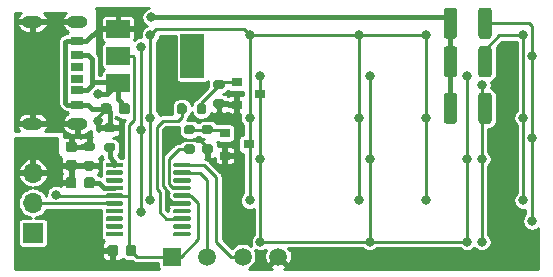
<source format=gbr>
%TF.GenerationSoftware,KiCad,Pcbnew,5.1.9+dfsg1-1*%
%TF.CreationDate,2021-02-22T03:20:05+02:00*%
%TF.ProjectId,LED_Backlight,4c45445f-4261-4636-9b6c-696768742e6b,rev?*%
%TF.SameCoordinates,Original*%
%TF.FileFunction,Copper,L1,Top*%
%TF.FilePolarity,Positive*%
%FSLAX46Y46*%
G04 Gerber Fmt 4.6, Leading zero omitted, Abs format (unit mm)*
G04 Created by KiCad (PCBNEW 5.1.9+dfsg1-1) date 2021-02-22 03:20:05*
%MOMM*%
%LPD*%
G01*
G04 APERTURE LIST*
%TA.AperFunction,SMDPad,CuDef*%
%ADD10R,2.000000X1.500000*%
%TD*%
%TA.AperFunction,SMDPad,CuDef*%
%ADD11R,2.000000X3.800000*%
%TD*%
%TA.AperFunction,SMDPad,CuDef*%
%ADD12R,0.900000X0.800000*%
%TD*%
%TA.AperFunction,SMDPad,CuDef*%
%ADD13C,1.500000*%
%TD*%
%TA.AperFunction,SMDPad,CuDef*%
%ADD14R,1.500000X1.500000*%
%TD*%
%TA.AperFunction,SMDPad,CuDef*%
%ADD15R,1.000000X0.800000*%
%TD*%
%TA.AperFunction,ComponentPad*%
%ADD16O,1.800000X1.000000*%
%TD*%
%TA.AperFunction,ComponentPad*%
%ADD17O,1.700000X1.700000*%
%TD*%
%TA.AperFunction,ComponentPad*%
%ADD18R,1.700000X1.700000*%
%TD*%
%TA.AperFunction,ViaPad*%
%ADD19C,0.800000*%
%TD*%
%TA.AperFunction,Conductor*%
%ADD20C,0.400000*%
%TD*%
%TA.AperFunction,Conductor*%
%ADD21C,0.250000*%
%TD*%
%TA.AperFunction,Conductor*%
%ADD22C,0.254000*%
%TD*%
%TA.AperFunction,Conductor*%
%ADD23C,0.100000*%
%TD*%
G04 APERTURE END LIST*
%TO.P,R9,2*%
%TO.N,+5V*%
%TA.AperFunction,SMDPad,CuDef*%
G36*
G01*
X52912500Y-18924999D02*
X52912500Y-21075001D01*
G75*
G02*
X52662501Y-21325000I-249999J0D01*
G01*
X52037499Y-21325000D01*
G75*
G02*
X51787500Y-21075001I0J249999D01*
G01*
X51787500Y-18924999D01*
G75*
G02*
X52037499Y-18675000I249999J0D01*
G01*
X52662501Y-18675000D01*
G75*
G02*
X52912500Y-18924999I0J-249999D01*
G01*
G37*
%TD.AperFunction*%
%TO.P,R9,1*%
%TO.N,B_PR*%
%TA.AperFunction,SMDPad,CuDef*%
G36*
G01*
X55837500Y-18924999D02*
X55837500Y-21075001D01*
G75*
G02*
X55587501Y-21325000I-249999J0D01*
G01*
X54962499Y-21325000D01*
G75*
G02*
X54712500Y-21075001I0J249999D01*
G01*
X54712500Y-18924999D01*
G75*
G02*
X54962499Y-18675000I249999J0D01*
G01*
X55587501Y-18675000D01*
G75*
G02*
X55837500Y-18924999I0J-249999D01*
G01*
G37*
%TD.AperFunction*%
%TD*%
%TO.P,R8,2*%
%TO.N,+5V*%
%TA.AperFunction,SMDPad,CuDef*%
G36*
G01*
X52912500Y-15674999D02*
X52912500Y-17825001D01*
G75*
G02*
X52662501Y-18075000I-249999J0D01*
G01*
X52037499Y-18075000D01*
G75*
G02*
X51787500Y-17825001I0J249999D01*
G01*
X51787500Y-15674999D01*
G75*
G02*
X52037499Y-15425000I249999J0D01*
G01*
X52662501Y-15425000D01*
G75*
G02*
X52912500Y-15674999I0J-249999D01*
G01*
G37*
%TD.AperFunction*%
%TO.P,R8,1*%
%TO.N,G_PR*%
%TA.AperFunction,SMDPad,CuDef*%
G36*
G01*
X55837500Y-15674999D02*
X55837500Y-17825001D01*
G75*
G02*
X55587501Y-18075000I-249999J0D01*
G01*
X54962499Y-18075000D01*
G75*
G02*
X54712500Y-17825001I0J249999D01*
G01*
X54712500Y-15674999D01*
G75*
G02*
X54962499Y-15425000I249999J0D01*
G01*
X55587501Y-15425000D01*
G75*
G02*
X55837500Y-15674999I0J-249999D01*
G01*
G37*
%TD.AperFunction*%
%TD*%
%TO.P,R7,2*%
%TO.N,+5V*%
%TA.AperFunction,SMDPad,CuDef*%
G36*
G01*
X52912500Y-22874999D02*
X52912500Y-25025001D01*
G75*
G02*
X52662501Y-25275000I-249999J0D01*
G01*
X52037499Y-25275000D01*
G75*
G02*
X51787500Y-25025001I0J249999D01*
G01*
X51787500Y-22874999D01*
G75*
G02*
X52037499Y-22625000I249999J0D01*
G01*
X52662501Y-22625000D01*
G75*
G02*
X52912500Y-22874999I0J-249999D01*
G01*
G37*
%TD.AperFunction*%
%TO.P,R7,1*%
%TO.N,R_PR*%
%TA.AperFunction,SMDPad,CuDef*%
G36*
G01*
X55837500Y-22874999D02*
X55837500Y-25025001D01*
G75*
G02*
X55587501Y-25275000I-249999J0D01*
G01*
X54962499Y-25275000D01*
G75*
G02*
X54712500Y-25025001I0J249999D01*
G01*
X54712500Y-22874999D01*
G75*
G02*
X54962499Y-22625000I249999J0D01*
G01*
X55587501Y-22625000D01*
G75*
G02*
X55837500Y-22874999I0J-249999D01*
G01*
G37*
%TD.AperFunction*%
%TD*%
D10*
%TO.P,U2,1*%
%TO.N,GND*%
X24200000Y-17200000D03*
%TO.P,U2,3*%
%TO.N,+5V*%
X24200000Y-21800000D03*
%TO.P,U2,2*%
%TO.N,+3V3*%
X24200000Y-19500000D03*
D11*
X30500000Y-19500000D03*
%TD*%
%TO.P,U1,20*%
%TO.N,SWDCLK*%
%TA.AperFunction,SMDPad,CuDef*%
G36*
G01*
X28875000Y-28850000D02*
X28875000Y-28650000D01*
G75*
G02*
X28975000Y-28550000I100000J0D01*
G01*
X30250000Y-28550000D01*
G75*
G02*
X30350000Y-28650000I0J-100000D01*
G01*
X30350000Y-28850000D01*
G75*
G02*
X30250000Y-28950000I-100000J0D01*
G01*
X28975000Y-28950000D01*
G75*
G02*
X28875000Y-28850000I0J100000D01*
G01*
G37*
%TD.AperFunction*%
%TO.P,U1,19*%
%TO.N,SWDIO*%
%TA.AperFunction,SMDPad,CuDef*%
G36*
G01*
X28875000Y-29500000D02*
X28875000Y-29300000D01*
G75*
G02*
X28975000Y-29200000I100000J0D01*
G01*
X30250000Y-29200000D01*
G75*
G02*
X30350000Y-29300000I0J-100000D01*
G01*
X30350000Y-29500000D01*
G75*
G02*
X30250000Y-29600000I-100000J0D01*
G01*
X28975000Y-29600000D01*
G75*
G02*
X28875000Y-29500000I0J100000D01*
G01*
G37*
%TD.AperFunction*%
%TO.P,U1,18*%
%TO.N,Net-(U1-Pad18)*%
%TA.AperFunction,SMDPad,CuDef*%
G36*
G01*
X28875000Y-30150000D02*
X28875000Y-29950000D01*
G75*
G02*
X28975000Y-29850000I100000J0D01*
G01*
X30250000Y-29850000D01*
G75*
G02*
X30350000Y-29950000I0J-100000D01*
G01*
X30350000Y-30150000D01*
G75*
G02*
X30250000Y-30250000I-100000J0D01*
G01*
X28975000Y-30250000D01*
G75*
G02*
X28875000Y-30150000I0J100000D01*
G01*
G37*
%TD.AperFunction*%
%TO.P,U1,17*%
%TO.N,B_KEY*%
%TA.AperFunction,SMDPad,CuDef*%
G36*
G01*
X28875000Y-30800000D02*
X28875000Y-30600000D01*
G75*
G02*
X28975000Y-30500000I100000J0D01*
G01*
X30250000Y-30500000D01*
G75*
G02*
X30350000Y-30600000I0J-100000D01*
G01*
X30350000Y-30800000D01*
G75*
G02*
X30250000Y-30900000I-100000J0D01*
G01*
X28975000Y-30900000D01*
G75*
G02*
X28875000Y-30800000I0J100000D01*
G01*
G37*
%TD.AperFunction*%
%TO.P,U1,16*%
%TO.N,+3V3*%
%TA.AperFunction,SMDPad,CuDef*%
G36*
G01*
X28875000Y-31450000D02*
X28875000Y-31250000D01*
G75*
G02*
X28975000Y-31150000I100000J0D01*
G01*
X30250000Y-31150000D01*
G75*
G02*
X30350000Y-31250000I0J-100000D01*
G01*
X30350000Y-31450000D01*
G75*
G02*
X30250000Y-31550000I-100000J0D01*
G01*
X28975000Y-31550000D01*
G75*
G02*
X28875000Y-31450000I0J100000D01*
G01*
G37*
%TD.AperFunction*%
%TO.P,U1,15*%
%TO.N,GND*%
%TA.AperFunction,SMDPad,CuDef*%
G36*
G01*
X28875000Y-32100000D02*
X28875000Y-31900000D01*
G75*
G02*
X28975000Y-31800000I100000J0D01*
G01*
X30250000Y-31800000D01*
G75*
G02*
X30350000Y-31900000I0J-100000D01*
G01*
X30350000Y-32100000D01*
G75*
G02*
X30250000Y-32200000I-100000J0D01*
G01*
X28975000Y-32200000D01*
G75*
G02*
X28875000Y-32100000I0J100000D01*
G01*
G37*
%TD.AperFunction*%
%TO.P,U1,14*%
%TO.N,Net-(U1-Pad14)*%
%TA.AperFunction,SMDPad,CuDef*%
G36*
G01*
X28875000Y-32750000D02*
X28875000Y-32550000D01*
G75*
G02*
X28975000Y-32450000I100000J0D01*
G01*
X30250000Y-32450000D01*
G75*
G02*
X30350000Y-32550000I0J-100000D01*
G01*
X30350000Y-32750000D01*
G75*
G02*
X30250000Y-32850000I-100000J0D01*
G01*
X28975000Y-32850000D01*
G75*
G02*
X28875000Y-32750000I0J100000D01*
G01*
G37*
%TD.AperFunction*%
%TO.P,U1,13*%
%TO.N,G_KEY*%
%TA.AperFunction,SMDPad,CuDef*%
G36*
G01*
X28875000Y-33400000D02*
X28875000Y-33200000D01*
G75*
G02*
X28975000Y-33100000I100000J0D01*
G01*
X30250000Y-33100000D01*
G75*
G02*
X30350000Y-33200000I0J-100000D01*
G01*
X30350000Y-33400000D01*
G75*
G02*
X30250000Y-33500000I-100000J0D01*
G01*
X28975000Y-33500000D01*
G75*
G02*
X28875000Y-33400000I0J100000D01*
G01*
G37*
%TD.AperFunction*%
%TO.P,U1,12*%
%TO.N,Net-(U1-Pad12)*%
%TA.AperFunction,SMDPad,CuDef*%
G36*
G01*
X28875000Y-34050000D02*
X28875000Y-33850000D01*
G75*
G02*
X28975000Y-33750000I100000J0D01*
G01*
X30250000Y-33750000D01*
G75*
G02*
X30350000Y-33850000I0J-100000D01*
G01*
X30350000Y-34050000D01*
G75*
G02*
X30250000Y-34150000I-100000J0D01*
G01*
X28975000Y-34150000D01*
G75*
G02*
X28875000Y-34050000I0J100000D01*
G01*
G37*
%TD.AperFunction*%
%TO.P,U1,11*%
%TO.N,Net-(U1-Pad11)*%
%TA.AperFunction,SMDPad,CuDef*%
G36*
G01*
X28875000Y-34700000D02*
X28875000Y-34500000D01*
G75*
G02*
X28975000Y-34400000I100000J0D01*
G01*
X30250000Y-34400000D01*
G75*
G02*
X30350000Y-34500000I0J-100000D01*
G01*
X30350000Y-34700000D01*
G75*
G02*
X30250000Y-34800000I-100000J0D01*
G01*
X28975000Y-34800000D01*
G75*
G02*
X28875000Y-34700000I0J100000D01*
G01*
G37*
%TD.AperFunction*%
%TO.P,U1,10*%
%TO.N,Net-(U1-Pad10)*%
%TA.AperFunction,SMDPad,CuDef*%
G36*
G01*
X23150000Y-34700000D02*
X23150000Y-34500000D01*
G75*
G02*
X23250000Y-34400000I100000J0D01*
G01*
X24525000Y-34400000D01*
G75*
G02*
X24625000Y-34500000I0J-100000D01*
G01*
X24625000Y-34700000D01*
G75*
G02*
X24525000Y-34800000I-100000J0D01*
G01*
X23250000Y-34800000D01*
G75*
G02*
X23150000Y-34700000I0J100000D01*
G01*
G37*
%TD.AperFunction*%
%TO.P,U1,9*%
%TO.N,Net-(U1-Pad9)*%
%TA.AperFunction,SMDPad,CuDef*%
G36*
G01*
X23150000Y-34050000D02*
X23150000Y-33850000D01*
G75*
G02*
X23250000Y-33750000I100000J0D01*
G01*
X24525000Y-33750000D01*
G75*
G02*
X24625000Y-33850000I0J-100000D01*
G01*
X24625000Y-34050000D01*
G75*
G02*
X24525000Y-34150000I-100000J0D01*
G01*
X23250000Y-34150000D01*
G75*
G02*
X23150000Y-34050000I0J100000D01*
G01*
G37*
%TD.AperFunction*%
%TO.P,U1,8*%
%TO.N,Net-(U1-Pad8)*%
%TA.AperFunction,SMDPad,CuDef*%
G36*
G01*
X23150000Y-33400000D02*
X23150000Y-33200000D01*
G75*
G02*
X23250000Y-33100000I100000J0D01*
G01*
X24525000Y-33100000D01*
G75*
G02*
X24625000Y-33200000I0J-100000D01*
G01*
X24625000Y-33400000D01*
G75*
G02*
X24525000Y-33500000I-100000J0D01*
G01*
X23250000Y-33500000D01*
G75*
G02*
X23150000Y-33400000I0J100000D01*
G01*
G37*
%TD.AperFunction*%
%TO.P,U1,7*%
%TO.N,Net-(U1-Pad7)*%
%TA.AperFunction,SMDPad,CuDef*%
G36*
G01*
X23150000Y-32750000D02*
X23150000Y-32550000D01*
G75*
G02*
X23250000Y-32450000I100000J0D01*
G01*
X24525000Y-32450000D01*
G75*
G02*
X24625000Y-32550000I0J-100000D01*
G01*
X24625000Y-32750000D01*
G75*
G02*
X24525000Y-32850000I-100000J0D01*
G01*
X23250000Y-32850000D01*
G75*
G02*
X23150000Y-32750000I0J100000D01*
G01*
G37*
%TD.AperFunction*%
%TO.P,U1,6*%
%TO.N,KLVN*%
%TA.AperFunction,SMDPad,CuDef*%
G36*
G01*
X23150000Y-32100000D02*
X23150000Y-31900000D01*
G75*
G02*
X23250000Y-31800000I100000J0D01*
G01*
X24525000Y-31800000D01*
G75*
G02*
X24625000Y-31900000I0J-100000D01*
G01*
X24625000Y-32100000D01*
G75*
G02*
X24525000Y-32200000I-100000J0D01*
G01*
X23250000Y-32200000D01*
G75*
G02*
X23150000Y-32100000I0J100000D01*
G01*
G37*
%TD.AperFunction*%
%TO.P,U1,5*%
%TO.N,+3V3*%
%TA.AperFunction,SMDPad,CuDef*%
G36*
G01*
X23150000Y-31450000D02*
X23150000Y-31250000D01*
G75*
G02*
X23250000Y-31150000I100000J0D01*
G01*
X24525000Y-31150000D01*
G75*
G02*
X24625000Y-31250000I0J-100000D01*
G01*
X24625000Y-31450000D01*
G75*
G02*
X24525000Y-31550000I-100000J0D01*
G01*
X23250000Y-31550000D01*
G75*
G02*
X23150000Y-31450000I0J100000D01*
G01*
G37*
%TD.AperFunction*%
%TO.P,U1,4*%
%TO.N,Net-(C2-Pad2)*%
%TA.AperFunction,SMDPad,CuDef*%
G36*
G01*
X23150000Y-30800000D02*
X23150000Y-30600000D01*
G75*
G02*
X23250000Y-30500000I100000J0D01*
G01*
X24525000Y-30500000D01*
G75*
G02*
X24625000Y-30600000I0J-100000D01*
G01*
X24625000Y-30800000D01*
G75*
G02*
X24525000Y-30900000I-100000J0D01*
G01*
X23250000Y-30900000D01*
G75*
G02*
X23150000Y-30800000I0J100000D01*
G01*
G37*
%TD.AperFunction*%
%TO.P,U1,3*%
%TO.N,Net-(U1-Pad3)*%
%TA.AperFunction,SMDPad,CuDef*%
G36*
G01*
X23150000Y-30150000D02*
X23150000Y-29950000D01*
G75*
G02*
X23250000Y-29850000I100000J0D01*
G01*
X24525000Y-29850000D01*
G75*
G02*
X24625000Y-29950000I0J-100000D01*
G01*
X24625000Y-30150000D01*
G75*
G02*
X24525000Y-30250000I-100000J0D01*
G01*
X23250000Y-30250000D01*
G75*
G02*
X23150000Y-30150000I0J100000D01*
G01*
G37*
%TD.AperFunction*%
%TO.P,U1,2*%
%TO.N,Net-(U1-Pad2)*%
%TA.AperFunction,SMDPad,CuDef*%
G36*
G01*
X23150000Y-29500000D02*
X23150000Y-29300000D01*
G75*
G02*
X23250000Y-29200000I100000J0D01*
G01*
X24525000Y-29200000D01*
G75*
G02*
X24625000Y-29300000I0J-100000D01*
G01*
X24625000Y-29500000D01*
G75*
G02*
X24525000Y-29600000I-100000J0D01*
G01*
X23250000Y-29600000D01*
G75*
G02*
X23150000Y-29500000I0J100000D01*
G01*
G37*
%TD.AperFunction*%
%TO.P,U1,1*%
%TO.N,Net-(R4-Pad1)*%
%TA.AperFunction,SMDPad,CuDef*%
G36*
G01*
X23150000Y-28850000D02*
X23150000Y-28650000D01*
G75*
G02*
X23250000Y-28550000I100000J0D01*
G01*
X24525000Y-28550000D01*
G75*
G02*
X24625000Y-28650000I0J-100000D01*
G01*
X24625000Y-28850000D01*
G75*
G02*
X24525000Y-28950000I-100000J0D01*
G01*
X23250000Y-28950000D01*
G75*
G02*
X23150000Y-28850000I0J100000D01*
G01*
G37*
%TD.AperFunction*%
%TD*%
%TO.P,R6,2*%
%TO.N,B_KEY*%
%TA.AperFunction,SMDPad,CuDef*%
G36*
G01*
X29975000Y-27000000D02*
X30525000Y-27000000D01*
G75*
G02*
X30725000Y-27200000I0J-200000D01*
G01*
X30725000Y-27600000D01*
G75*
G02*
X30525000Y-27800000I-200000J0D01*
G01*
X29975000Y-27800000D01*
G75*
G02*
X29775000Y-27600000I0J200000D01*
G01*
X29775000Y-27200000D01*
G75*
G02*
X29975000Y-27000000I200000J0D01*
G01*
G37*
%TD.AperFunction*%
%TO.P,R6,1*%
%TO.N,Net-(Q2-Pad1)*%
%TA.AperFunction,SMDPad,CuDef*%
G36*
G01*
X29975000Y-25350000D02*
X30525000Y-25350000D01*
G75*
G02*
X30725000Y-25550000I0J-200000D01*
G01*
X30725000Y-25950000D01*
G75*
G02*
X30525000Y-26150000I-200000J0D01*
G01*
X29975000Y-26150000D01*
G75*
G02*
X29775000Y-25950000I0J200000D01*
G01*
X29775000Y-25550000D01*
G75*
G02*
X29975000Y-25350000I200000J0D01*
G01*
G37*
%TD.AperFunction*%
%TD*%
%TO.P,R5,2*%
%TO.N,Net-(Q2-Pad1)*%
%TA.AperFunction,SMDPad,CuDef*%
G36*
G01*
X32025000Y-26150000D02*
X31475000Y-26150000D01*
G75*
G02*
X31275000Y-25950000I0J200000D01*
G01*
X31275000Y-25550000D01*
G75*
G02*
X31475000Y-25350000I200000J0D01*
G01*
X32025000Y-25350000D01*
G75*
G02*
X32225000Y-25550000I0J-200000D01*
G01*
X32225000Y-25950000D01*
G75*
G02*
X32025000Y-26150000I-200000J0D01*
G01*
G37*
%TD.AperFunction*%
%TO.P,R5,1*%
%TO.N,GND*%
%TA.AperFunction,SMDPad,CuDef*%
G36*
G01*
X32025000Y-27800000D02*
X31475000Y-27800000D01*
G75*
G02*
X31275000Y-27600000I0J200000D01*
G01*
X31275000Y-27200000D01*
G75*
G02*
X31475000Y-27000000I200000J0D01*
G01*
X32025000Y-27000000D01*
G75*
G02*
X32225000Y-27200000I0J-200000D01*
G01*
X32225000Y-27600000D01*
G75*
G02*
X32025000Y-27800000I-200000J0D01*
G01*
G37*
%TD.AperFunction*%
%TD*%
%TO.P,R4,2*%
%TO.N,GND*%
%TA.AperFunction,SMDPad,CuDef*%
G36*
G01*
X23775000Y-26000000D02*
X23225000Y-26000000D01*
G75*
G02*
X23025000Y-25800000I0J200000D01*
G01*
X23025000Y-25400000D01*
G75*
G02*
X23225000Y-25200000I200000J0D01*
G01*
X23775000Y-25200000D01*
G75*
G02*
X23975000Y-25400000I0J-200000D01*
G01*
X23975000Y-25800000D01*
G75*
G02*
X23775000Y-26000000I-200000J0D01*
G01*
G37*
%TD.AperFunction*%
%TO.P,R4,1*%
%TO.N,Net-(R4-Pad1)*%
%TA.AperFunction,SMDPad,CuDef*%
G36*
G01*
X23775000Y-27650000D02*
X23225000Y-27650000D01*
G75*
G02*
X23025000Y-27450000I0J200000D01*
G01*
X23025000Y-27050000D01*
G75*
G02*
X23225000Y-26850000I200000J0D01*
G01*
X23775000Y-26850000D01*
G75*
G02*
X23975000Y-27050000I0J-200000D01*
G01*
X23975000Y-27450000D01*
G75*
G02*
X23775000Y-27650000I-200000J0D01*
G01*
G37*
%TD.AperFunction*%
%TD*%
%TO.P,R3,2*%
%TO.N,Net-(Q1-Pad1)*%
%TA.AperFunction,SMDPad,CuDef*%
G36*
G01*
X33025000Y-22325000D02*
X32475000Y-22325000D01*
G75*
G02*
X32275000Y-22125000I0J200000D01*
G01*
X32275000Y-21725000D01*
G75*
G02*
X32475000Y-21525000I200000J0D01*
G01*
X33025000Y-21525000D01*
G75*
G02*
X33225000Y-21725000I0J-200000D01*
G01*
X33225000Y-22125000D01*
G75*
G02*
X33025000Y-22325000I-200000J0D01*
G01*
G37*
%TD.AperFunction*%
%TO.P,R3,1*%
%TO.N,GND*%
%TA.AperFunction,SMDPad,CuDef*%
G36*
G01*
X33025000Y-23975000D02*
X32475000Y-23975000D01*
G75*
G02*
X32275000Y-23775000I0J200000D01*
G01*
X32275000Y-23375000D01*
G75*
G02*
X32475000Y-23175000I200000J0D01*
G01*
X33025000Y-23175000D01*
G75*
G02*
X33225000Y-23375000I0J-200000D01*
G01*
X33225000Y-23775000D01*
G75*
G02*
X33025000Y-23975000I-200000J0D01*
G01*
G37*
%TD.AperFunction*%
%TD*%
%TO.P,R2,2*%
%TO.N,G_KEY*%
%TA.AperFunction,SMDPad,CuDef*%
G36*
G01*
X30000000Y-23725000D02*
X30000000Y-24275000D01*
G75*
G02*
X29800000Y-24475000I-200000J0D01*
G01*
X29400000Y-24475000D01*
G75*
G02*
X29200000Y-24275000I0J200000D01*
G01*
X29200000Y-23725000D01*
G75*
G02*
X29400000Y-23525000I200000J0D01*
G01*
X29800000Y-23525000D01*
G75*
G02*
X30000000Y-23725000I0J-200000D01*
G01*
G37*
%TD.AperFunction*%
%TO.P,R2,1*%
%TO.N,Net-(Q1-Pad1)*%
%TA.AperFunction,SMDPad,CuDef*%
G36*
G01*
X31650000Y-23725000D02*
X31650000Y-24275000D01*
G75*
G02*
X31450000Y-24475000I-200000J0D01*
G01*
X31050000Y-24475000D01*
G75*
G02*
X30850000Y-24275000I0J200000D01*
G01*
X30850000Y-23725000D01*
G75*
G02*
X31050000Y-23525000I200000J0D01*
G01*
X31450000Y-23525000D01*
G75*
G02*
X31650000Y-23725000I0J-200000D01*
G01*
G37*
%TD.AperFunction*%
%TD*%
%TO.P,R1,2*%
%TO.N,Net-(C1-Pad1)*%
%TA.AperFunction,SMDPad,CuDef*%
G36*
G01*
X22025000Y-27575000D02*
X21475000Y-27575000D01*
G75*
G02*
X21275000Y-27375000I0J200000D01*
G01*
X21275000Y-26975000D01*
G75*
G02*
X21475000Y-26775000I200000J0D01*
G01*
X22025000Y-26775000D01*
G75*
G02*
X22225000Y-26975000I0J-200000D01*
G01*
X22225000Y-27375000D01*
G75*
G02*
X22025000Y-27575000I-200000J0D01*
G01*
G37*
%TD.AperFunction*%
%TO.P,R1,1*%
%TO.N,GND*%
%TA.AperFunction,SMDPad,CuDef*%
G36*
G01*
X22025000Y-29225000D02*
X21475000Y-29225000D01*
G75*
G02*
X21275000Y-29025000I0J200000D01*
G01*
X21275000Y-28625000D01*
G75*
G02*
X21475000Y-28425000I200000J0D01*
G01*
X22025000Y-28425000D01*
G75*
G02*
X22225000Y-28625000I0J-200000D01*
G01*
X22225000Y-29025000D01*
G75*
G02*
X22025000Y-29225000I-200000J0D01*
G01*
G37*
%TD.AperFunction*%
%TD*%
D12*
%TO.P,Q2,3*%
%TO.N,B*%
X35250000Y-27000000D03*
%TO.P,Q2,2*%
%TO.N,GND*%
X33250000Y-27950000D03*
%TO.P,Q2,1*%
%TO.N,Net-(Q2-Pad1)*%
X33250000Y-26050000D03*
%TD*%
%TO.P,Q1,3*%
%TO.N,G*%
X36250000Y-22700000D03*
%TO.P,Q1,2*%
%TO.N,GND*%
X34250000Y-23650000D03*
%TO.P,Q1,1*%
%TO.N,Net-(Q1-Pad1)*%
X34250000Y-21750000D03*
%TD*%
D13*
%TO.P,P2,4*%
%TO.N,GND*%
X37750000Y-36500000D03*
%TO.P,P2,3*%
%TO.N,SWDCLK*%
X34750000Y-36500000D03*
%TO.P,P2,2*%
%TO.N,SWDIO*%
X31750000Y-36500000D03*
D14*
%TO.P,P2,1*%
%TO.N,+3V3*%
X28750000Y-36500000D03*
%TD*%
D15*
%TO.P,P1,A1*%
%TO.N,GND*%
X20750000Y-23630000D03*
X20750000Y-18230000D03*
D16*
%TO.P,P1,S1*%
%TO.N,Net-(C1-Pad1)*%
X16950000Y-25250000D03*
X20750000Y-25250000D03*
X20750000Y-16610000D03*
D15*
%TO.P,P1,A4*%
%TO.N,+5V*%
X20750000Y-22430000D03*
X20750000Y-19430000D03*
%TO.P,P1,B5*%
%TO.N,Net-(P1-PadB5)*%
X20750000Y-21430000D03*
%TO.P,P1,A5*%
%TO.N,Net-(P1-PadA5)*%
X20750000Y-20430000D03*
D16*
%TO.P,P1,S1*%
%TO.N,Net-(C1-Pad1)*%
X16950000Y-16610000D03*
%TD*%
D17*
%TO.P,J1,3*%
%TO.N,GND*%
X17000000Y-29420000D03*
%TO.P,J1,2*%
%TO.N,KLVN*%
X17000000Y-31960000D03*
D18*
%TO.P,J1,1*%
%TO.N,+3V3*%
X17000000Y-34500000D03*
%TD*%
%TO.P,C4,2*%
%TO.N,+3V3*%
%TA.AperFunction,SMDPad,CuDef*%
G36*
G01*
X24850000Y-36250000D02*
X24850000Y-35750000D01*
G75*
G02*
X25075000Y-35525000I225000J0D01*
G01*
X25525000Y-35525000D01*
G75*
G02*
X25750000Y-35750000I0J-225000D01*
G01*
X25750000Y-36250000D01*
G75*
G02*
X25525000Y-36475000I-225000J0D01*
G01*
X25075000Y-36475000D01*
G75*
G02*
X24850000Y-36250000I0J225000D01*
G01*
G37*
%TD.AperFunction*%
%TO.P,C4,1*%
%TO.N,GND*%
%TA.AperFunction,SMDPad,CuDef*%
G36*
G01*
X23300000Y-36250000D02*
X23300000Y-35750000D01*
G75*
G02*
X23525000Y-35525000I225000J0D01*
G01*
X23975000Y-35525000D01*
G75*
G02*
X24200000Y-35750000I0J-225000D01*
G01*
X24200000Y-36250000D01*
G75*
G02*
X23975000Y-36475000I-225000J0D01*
G01*
X23525000Y-36475000D01*
G75*
G02*
X23300000Y-36250000I0J225000D01*
G01*
G37*
%TD.AperFunction*%
%TD*%
%TO.P,C3,2*%
%TO.N,+5V*%
%TA.AperFunction,SMDPad,CuDef*%
G36*
G01*
X24300000Y-24250000D02*
X24300000Y-23750000D01*
G75*
G02*
X24525000Y-23525000I225000J0D01*
G01*
X24975000Y-23525000D01*
G75*
G02*
X25200000Y-23750000I0J-225000D01*
G01*
X25200000Y-24250000D01*
G75*
G02*
X24975000Y-24475000I-225000J0D01*
G01*
X24525000Y-24475000D01*
G75*
G02*
X24300000Y-24250000I0J225000D01*
G01*
G37*
%TD.AperFunction*%
%TO.P,C3,1*%
%TO.N,GND*%
%TA.AperFunction,SMDPad,CuDef*%
G36*
G01*
X22750000Y-24250000D02*
X22750000Y-23750000D01*
G75*
G02*
X22975000Y-23525000I225000J0D01*
G01*
X23425000Y-23525000D01*
G75*
G02*
X23650000Y-23750000I0J-225000D01*
G01*
X23650000Y-24250000D01*
G75*
G02*
X23425000Y-24475000I-225000J0D01*
G01*
X22975000Y-24475000D01*
G75*
G02*
X22750000Y-24250000I0J225000D01*
G01*
G37*
%TD.AperFunction*%
%TD*%
%TO.P,C2,2*%
%TO.N,Net-(C2-Pad2)*%
%TA.AperFunction,SMDPad,CuDef*%
G36*
G01*
X21325000Y-30500000D02*
X21325000Y-30000000D01*
G75*
G02*
X21550000Y-29775000I225000J0D01*
G01*
X22000000Y-29775000D01*
G75*
G02*
X22225000Y-30000000I0J-225000D01*
G01*
X22225000Y-30500000D01*
G75*
G02*
X22000000Y-30725000I-225000J0D01*
G01*
X21550000Y-30725000D01*
G75*
G02*
X21325000Y-30500000I0J225000D01*
G01*
G37*
%TD.AperFunction*%
%TO.P,C2,1*%
%TO.N,GND*%
%TA.AperFunction,SMDPad,CuDef*%
G36*
G01*
X19775000Y-30500000D02*
X19775000Y-30000000D01*
G75*
G02*
X20000000Y-29775000I225000J0D01*
G01*
X20450000Y-29775000D01*
G75*
G02*
X20675000Y-30000000I0J-225000D01*
G01*
X20675000Y-30500000D01*
G75*
G02*
X20450000Y-30725000I-225000J0D01*
G01*
X20000000Y-30725000D01*
G75*
G02*
X19775000Y-30500000I0J225000D01*
G01*
G37*
%TD.AperFunction*%
%TD*%
%TO.P,C1,2*%
%TO.N,GND*%
%TA.AperFunction,SMDPad,CuDef*%
G36*
G01*
X20000000Y-28325000D02*
X20500000Y-28325000D01*
G75*
G02*
X20725000Y-28550000I0J-225000D01*
G01*
X20725000Y-29000000D01*
G75*
G02*
X20500000Y-29225000I-225000J0D01*
G01*
X20000000Y-29225000D01*
G75*
G02*
X19775000Y-29000000I0J225000D01*
G01*
X19775000Y-28550000D01*
G75*
G02*
X20000000Y-28325000I225000J0D01*
G01*
G37*
%TD.AperFunction*%
%TO.P,C1,1*%
%TO.N,Net-(C1-Pad1)*%
%TA.AperFunction,SMDPad,CuDef*%
G36*
G01*
X20000000Y-26775000D02*
X20500000Y-26775000D01*
G75*
G02*
X20725000Y-27000000I0J-225000D01*
G01*
X20725000Y-27450000D01*
G75*
G02*
X20500000Y-27675000I-225000J0D01*
G01*
X20000000Y-27675000D01*
G75*
G02*
X19775000Y-27450000I0J225000D01*
G01*
X19775000Y-27000000D01*
G75*
G02*
X20000000Y-26775000I225000J0D01*
G01*
G37*
%TD.AperFunction*%
%TD*%
D19*
%TO.N,GND*%
X34500000Y-29000000D03*
X28250000Y-22750000D03*
X22500000Y-36000000D03*
X17500000Y-27250000D03*
X40250000Y-36500000D03*
X22500000Y-25000000D03*
X20250000Y-36000000D03*
X57000000Y-30000000D03*
%TO.N,+5V*%
X27000000Y-16250000D03*
X22500000Y-22750000D03*
%TO.N,+3V3*%
X18950000Y-31250000D03*
%TO.N,R_PR*%
X55000000Y-22000000D03*
X55000000Y-28250000D03*
X55000000Y-35250000D03*
%TO.N,G_PR*%
X59250000Y-19500000D03*
X59250000Y-26500000D03*
X59250000Y-33500000D03*
%TO.N,B_PR*%
X58500000Y-17750000D03*
X58500000Y-24750000D03*
X58500000Y-31750000D03*
%TO.N,B*%
X26950000Y-17750000D03*
X26950000Y-24750000D03*
X26950000Y-31750000D03*
X35350000Y-31750000D03*
X44600000Y-31750000D03*
X50250000Y-31750000D03*
X50250000Y-24750000D03*
X44600000Y-24750000D03*
X35350000Y-24750000D03*
X35350000Y-17750000D03*
X44600000Y-17750000D03*
X50250000Y-17750000D03*
%TO.N,G*%
X26150000Y-18750000D03*
X26150000Y-32750000D03*
X26150000Y-25750000D03*
X36250000Y-35250000D03*
X36250000Y-28250000D03*
X36250000Y-21250000D03*
X45500000Y-28250000D03*
X45500000Y-21250000D03*
X45500000Y-35250000D03*
X53750000Y-28250000D03*
X53750000Y-35250000D03*
X53750000Y-21250000D03*
%TD*%
D20*
%TO.N,GND*%
X20750000Y-23630000D02*
X19880000Y-23630000D01*
X19880000Y-23630000D02*
X19750000Y-23500000D01*
X19850000Y-18230000D02*
X20750000Y-18230000D01*
X19750000Y-18330000D02*
X19850000Y-18230000D01*
X19750000Y-23500000D02*
X19750000Y-18330000D01*
X20750000Y-18230000D02*
X21520000Y-18230000D01*
X22550000Y-17200000D02*
X24200000Y-17200000D01*
X21520000Y-18230000D02*
X22550000Y-17200000D01*
X20750000Y-23630000D02*
X21630000Y-23630000D01*
X22000000Y-24000000D02*
X23200000Y-24000000D01*
X21630000Y-23630000D02*
X22000000Y-24000000D01*
D21*
X31750000Y-27250000D02*
X31750000Y-27400000D01*
X31174990Y-26674990D02*
X31750000Y-27250000D01*
X29075010Y-26674990D02*
X31174990Y-26674990D01*
X28000000Y-30500000D02*
X28000000Y-27750000D01*
X28250000Y-31375000D02*
X28250000Y-30750000D01*
X28000000Y-27750000D02*
X29075010Y-26674990D01*
X28875000Y-32000000D02*
X28250000Y-31375000D01*
X28250000Y-30750000D02*
X28000000Y-30500000D01*
X29612500Y-32000000D02*
X28875000Y-32000000D01*
D20*
X23500000Y-24300000D02*
X23200000Y-24000000D01*
X23500000Y-25600000D02*
X23500000Y-24300000D01*
D21*
X22500000Y-24700000D02*
X23200000Y-24000000D01*
X22500000Y-25000000D02*
X22500000Y-24700000D01*
D20*
%TO.N,Net-(C2-Pad2)*%
X23887500Y-30700000D02*
X23000000Y-30700000D01*
X23000000Y-30700000D02*
X22550000Y-30250000D01*
X22550000Y-30250000D02*
X21775000Y-30250000D01*
%TO.N,+5V*%
X21650000Y-19430000D02*
X22000000Y-19780000D01*
X20750000Y-19430000D02*
X21650000Y-19430000D01*
X22000000Y-19780000D02*
X22000000Y-21750000D01*
X24150000Y-21750000D02*
X24200000Y-21800000D01*
X22000000Y-21750000D02*
X24150000Y-21750000D01*
X20750000Y-22430000D02*
X21570000Y-22430000D01*
X22000000Y-22000000D02*
X22000000Y-21750000D01*
X21570000Y-22430000D02*
X22000000Y-22000000D01*
X24750000Y-24000000D02*
X24750000Y-23750000D01*
X24200000Y-23200000D02*
X24200000Y-21800000D01*
X24750000Y-23750000D02*
X24200000Y-23200000D01*
X52350000Y-16750000D02*
X52350000Y-20000000D01*
X52350000Y-20000000D02*
X52350000Y-23950000D01*
X23250000Y-22750000D02*
X24200000Y-21800000D01*
X22500000Y-22750000D02*
X23250000Y-22750000D01*
X51850000Y-16250000D02*
X52350000Y-16750000D01*
X27000000Y-16250000D02*
X51850000Y-16250000D01*
D21*
%TO.N,+3V3*%
X24200000Y-19500000D02*
X24400000Y-19500000D01*
X23887500Y-31350000D02*
X23350000Y-31350000D01*
X25150000Y-25350000D02*
X25150000Y-31150000D01*
X25550000Y-24950000D02*
X25150000Y-25350000D01*
X25550000Y-19600000D02*
X25550000Y-24950000D01*
X25450000Y-19500000D02*
X25550000Y-19600000D01*
X24200000Y-19500000D02*
X25450000Y-19500000D01*
X19050000Y-31350000D02*
X18950000Y-31250000D01*
X23887500Y-31350000D02*
X19050000Y-31350000D01*
X30350000Y-31350000D02*
X31000000Y-32000000D01*
X29612500Y-31350000D02*
X30350000Y-31350000D01*
X31000000Y-32000000D02*
X31000000Y-35000000D01*
X29500000Y-36500000D02*
X28750000Y-36500000D01*
X31000000Y-35000000D02*
X29500000Y-36500000D01*
X25800000Y-36500000D02*
X25300000Y-36000000D01*
X28750000Y-36500000D02*
X25800000Y-36500000D01*
X25150000Y-35850000D02*
X25300000Y-36000000D01*
X24100000Y-31350000D02*
X25150000Y-31350000D01*
X23887500Y-31350000D02*
X24100000Y-31350000D01*
X25150000Y-31350000D02*
X25150000Y-35850000D01*
X25150000Y-31150000D02*
X25150000Y-31350000D01*
%TO.N,R_PR*%
X55000000Y-28250000D02*
X55000000Y-35250000D01*
D20*
X55050000Y-23950000D02*
X55000000Y-23900000D01*
X55275000Y-23950000D02*
X55050000Y-23950000D01*
D21*
X55000000Y-23900000D02*
X55000000Y-22000000D01*
X55000000Y-28250000D02*
X55000000Y-23900000D01*
%TO.N,G_PR*%
X59000000Y-16750000D02*
X55250000Y-16750000D01*
X59250000Y-17000000D02*
X59000000Y-16750000D01*
X59250000Y-19500000D02*
X59250000Y-17000000D01*
X59250000Y-19500000D02*
X59250000Y-26500000D01*
X59250000Y-26500000D02*
X59250000Y-33500000D01*
%TO.N,B_PR*%
X55250000Y-19000000D02*
X55250000Y-20000000D01*
X56500000Y-17750000D02*
X55250000Y-19000000D01*
X58500000Y-17750000D02*
X56500000Y-17750000D01*
X58500000Y-17750000D02*
X58500000Y-19823002D01*
X58500000Y-19823002D02*
X58500000Y-24750000D01*
X58500000Y-24750000D02*
X58500000Y-31750000D01*
%TO.N,B*%
X26950000Y-31750000D02*
X26950000Y-24750000D01*
X26950000Y-24750000D02*
X26950000Y-17750000D01*
X35350000Y-17750000D02*
X35350000Y-24750000D01*
X35350000Y-24750000D02*
X35350000Y-31750000D01*
X44600000Y-31750000D02*
X44600000Y-24750000D01*
X44600000Y-24750000D02*
X44600000Y-17750000D01*
X50250000Y-31750000D02*
X50250000Y-24750000D01*
X50250000Y-24750000D02*
X50250000Y-17750000D01*
X35350000Y-17750000D02*
X44600000Y-17750000D01*
X44600000Y-17750000D02*
X50250000Y-17750000D01*
X26950000Y-17750000D02*
X27450000Y-17250000D01*
X34850000Y-17250000D02*
X35350000Y-17750000D01*
X27450000Y-17250000D02*
X34850000Y-17250000D01*
%TO.N,G*%
X26150000Y-32750000D02*
X26150000Y-25750000D01*
X26150000Y-18750000D02*
X26150000Y-25750000D01*
X36250000Y-21250000D02*
X36250000Y-28250000D01*
X36250000Y-28250000D02*
X36250000Y-35250000D01*
X45500000Y-21250000D02*
X45500000Y-28250000D01*
X45500000Y-28250000D02*
X45500000Y-35250000D01*
X53750000Y-28250000D02*
X53750000Y-35250000D01*
X53750000Y-21250000D02*
X53750000Y-28250000D01*
X36250000Y-35250000D02*
X45500000Y-35250000D01*
X45500000Y-35250000D02*
X53750000Y-35250000D01*
%TO.N,SWDCLK*%
X29612500Y-28750000D02*
X31500000Y-28750000D01*
X31500000Y-28750000D02*
X32500000Y-29750000D01*
X32500000Y-29750000D02*
X32500000Y-35250000D01*
X33750000Y-36500000D02*
X34750000Y-36500000D01*
X32500000Y-35250000D02*
X33750000Y-36500000D01*
%TO.N,SWDIO*%
X29612500Y-29400000D02*
X31150000Y-29400000D01*
X31750000Y-30000000D02*
X31750000Y-36500000D01*
X31150000Y-29400000D02*
X31750000Y-30000000D01*
%TO.N,Net-(Q1-Pad1)*%
X32925000Y-21750000D02*
X32750000Y-21925000D01*
X34250000Y-21750000D02*
X32925000Y-21750000D01*
X32750000Y-21925000D02*
X32750000Y-22000000D01*
X31250000Y-23500000D02*
X31250000Y-24000000D01*
X32750000Y-22000000D02*
X31250000Y-23500000D01*
%TO.N,Net-(Q2-Pad1)*%
X30250000Y-25750000D02*
X31750000Y-25750000D01*
X32950000Y-25750000D02*
X33250000Y-26050000D01*
X31750000Y-25750000D02*
X32950000Y-25750000D01*
%TO.N,G_KEY*%
X29612500Y-33300000D02*
X28300000Y-33300000D01*
X28300000Y-33300000D02*
X27750000Y-32750000D01*
X27750000Y-32750000D02*
X27750000Y-31000000D01*
X27750000Y-31000000D02*
X27500000Y-30750000D01*
X27500000Y-30750000D02*
X27500000Y-25500000D01*
X27500000Y-25500000D02*
X28000000Y-25000000D01*
X28000000Y-25000000D02*
X29250000Y-25000000D01*
X29600000Y-24650000D02*
X29600000Y-24000000D01*
X29250000Y-25000000D02*
X29600000Y-24650000D01*
D20*
%TO.N,Net-(R4-Pad1)*%
X23500000Y-27250000D02*
X23500000Y-28100000D01*
X23887500Y-28487500D02*
X23887500Y-28750000D01*
X23500000Y-28100000D02*
X23887500Y-28487500D01*
D21*
%TO.N,B_KEY*%
X28875000Y-30700000D02*
X28500000Y-30325000D01*
X29612500Y-30700000D02*
X28875000Y-30700000D01*
X28500000Y-30325000D02*
X28500000Y-28250000D01*
X29350000Y-27400000D02*
X30250000Y-27400000D01*
X28500000Y-28250000D02*
X29350000Y-27400000D01*
%TO.N,KLVN*%
X17040000Y-32000000D02*
X17000000Y-31960000D01*
X23887500Y-32000000D02*
X17040000Y-32000000D01*
%TD*%
D22*
%TO.N,Net-(C1-Pad1)*%
X15932716Y-15907563D02*
X15807538Y-16041486D01*
X15710893Y-16197257D01*
X15661749Y-16344782D01*
X15739025Y-16487000D01*
X16827000Y-16487000D01*
X16827000Y-16467000D01*
X17073000Y-16467000D01*
X17073000Y-16487000D01*
X18160975Y-16487000D01*
X18238251Y-16344782D01*
X18189107Y-16197257D01*
X18092462Y-16041486D01*
X17967284Y-15907563D01*
X17924725Y-15877000D01*
X19775275Y-15877000D01*
X19732716Y-15907563D01*
X19607538Y-16041486D01*
X19510893Y-16197257D01*
X19461749Y-16344782D01*
X19539025Y-16487000D01*
X20627000Y-16487000D01*
X20627000Y-16467000D01*
X20873000Y-16467000D01*
X20873000Y-16487000D01*
X20893000Y-16487000D01*
X20893000Y-16733000D01*
X20873000Y-16733000D01*
X20873000Y-16753000D01*
X20627000Y-16753000D01*
X20627000Y-16733000D01*
X19539025Y-16733000D01*
X19461749Y-16875218D01*
X19510893Y-17022743D01*
X19607538Y-17178514D01*
X19732716Y-17312437D01*
X19881616Y-17419366D01*
X20007556Y-17476583D01*
X19946605Y-17526605D01*
X19893245Y-17591624D01*
X19887164Y-17603000D01*
X19880791Y-17603000D01*
X19849999Y-17599967D01*
X19819208Y-17603000D01*
X19819206Y-17603000D01*
X19727087Y-17612073D01*
X19608897Y-17647925D01*
X19499972Y-17706147D01*
X19404499Y-17784499D01*
X19384862Y-17808427D01*
X19328423Y-17864866D01*
X19304500Y-17884499D01*
X19226148Y-17979972D01*
X19197426Y-18033707D01*
X19167926Y-18088897D01*
X19132073Y-18207088D01*
X19119967Y-18330000D01*
X19123001Y-18360804D01*
X19123000Y-23469206D01*
X19119967Y-23500000D01*
X19123000Y-23530793D01*
X19132073Y-23622912D01*
X19167925Y-23741102D01*
X19226147Y-23850027D01*
X19304499Y-23945501D01*
X19328427Y-23965138D01*
X19414862Y-24051573D01*
X19434499Y-24075501D01*
X19529972Y-24153853D01*
X19638897Y-24212075D01*
X19757087Y-24247927D01*
X19880000Y-24260033D01*
X19888346Y-24259211D01*
X19893245Y-24268376D01*
X19946605Y-24333395D01*
X20007556Y-24383417D01*
X19881616Y-24440634D01*
X19732716Y-24547563D01*
X19607538Y-24681486D01*
X19510893Y-24837257D01*
X19461749Y-24984782D01*
X19539025Y-25127000D01*
X20627000Y-25127000D01*
X20627000Y-25107000D01*
X20873000Y-25107000D01*
X20873000Y-25127000D01*
X20893000Y-25127000D01*
X20893000Y-25373000D01*
X20873000Y-25373000D01*
X20873000Y-26177000D01*
X21273000Y-26177000D01*
X21451485Y-26135192D01*
X21618384Y-26059366D01*
X21767284Y-25952437D01*
X21873000Y-25839336D01*
X21873000Y-26250000D01*
X21875440Y-26274776D01*
X21882667Y-26298601D01*
X21894403Y-26320557D01*
X21910197Y-26339803D01*
X21929443Y-26355597D01*
X21951399Y-26367333D01*
X21958318Y-26369432D01*
X21873000Y-26454750D01*
X21873000Y-27052000D01*
X21893000Y-27052000D01*
X21893000Y-27298000D01*
X21873000Y-27298000D01*
X21873000Y-27318000D01*
X21627000Y-27318000D01*
X21627000Y-27298000D01*
X20954750Y-27298000D01*
X20904750Y-27348000D01*
X20373000Y-27348000D01*
X20373000Y-27368000D01*
X20127000Y-27368000D01*
X20127000Y-27348000D01*
X20107000Y-27348000D01*
X20107000Y-27102000D01*
X20127000Y-27102000D01*
X20127000Y-26454750D01*
X20373000Y-26454750D01*
X20373000Y-27102000D01*
X21045250Y-27102000D01*
X21095250Y-27052000D01*
X21627000Y-27052000D01*
X21627000Y-26454750D01*
X21520250Y-26348000D01*
X21275000Y-26345934D01*
X21191293Y-26354178D01*
X21110804Y-26378595D01*
X21036624Y-26418245D01*
X21000000Y-26448302D01*
X20963376Y-26418245D01*
X20889196Y-26378595D01*
X20808707Y-26354178D01*
X20725000Y-26345934D01*
X20479750Y-26348000D01*
X20373000Y-26454750D01*
X20127000Y-26454750D01*
X20020250Y-26348000D01*
X19775000Y-26345934D01*
X19691293Y-26354178D01*
X19627000Y-26373682D01*
X19627000Y-26000000D01*
X19624560Y-25975224D01*
X19617333Y-25951399D01*
X19605597Y-25929443D01*
X19589803Y-25910197D01*
X19570557Y-25894403D01*
X19548601Y-25882667D01*
X19524776Y-25875440D01*
X19500000Y-25873000D01*
X18041534Y-25873000D01*
X18092462Y-25818514D01*
X18189107Y-25662743D01*
X18238251Y-25515218D01*
X19461749Y-25515218D01*
X19510893Y-25662743D01*
X19607538Y-25818514D01*
X19732716Y-25952437D01*
X19881616Y-26059366D01*
X20048515Y-26135192D01*
X20227000Y-26177000D01*
X20627000Y-26177000D01*
X20627000Y-25373000D01*
X19539025Y-25373000D01*
X19461749Y-25515218D01*
X18238251Y-25515218D01*
X18160975Y-25373000D01*
X17073000Y-25373000D01*
X17073000Y-25393000D01*
X16827000Y-25393000D01*
X16827000Y-25373000D01*
X15739025Y-25373000D01*
X15661749Y-25515218D01*
X15710893Y-25662743D01*
X15807538Y-25818514D01*
X15858466Y-25873000D01*
X15452000Y-25873000D01*
X15452000Y-24984782D01*
X15661749Y-24984782D01*
X15739025Y-25127000D01*
X16827000Y-25127000D01*
X16827000Y-24323000D01*
X17073000Y-24323000D01*
X17073000Y-25127000D01*
X18160975Y-25127000D01*
X18238251Y-24984782D01*
X18189107Y-24837257D01*
X18092462Y-24681486D01*
X17967284Y-24547563D01*
X17818384Y-24440634D01*
X17651485Y-24364808D01*
X17473000Y-24323000D01*
X17073000Y-24323000D01*
X16827000Y-24323000D01*
X16427000Y-24323000D01*
X16248515Y-24364808D01*
X16081616Y-24440634D01*
X15932716Y-24547563D01*
X15807538Y-24681486D01*
X15710893Y-24837257D01*
X15661749Y-24984782D01*
X15452000Y-24984782D01*
X15452000Y-16875218D01*
X15661749Y-16875218D01*
X15710893Y-17022743D01*
X15807538Y-17178514D01*
X15932716Y-17312437D01*
X16081616Y-17419366D01*
X16248515Y-17495192D01*
X16427000Y-17537000D01*
X16827000Y-17537000D01*
X16827000Y-16733000D01*
X17073000Y-16733000D01*
X17073000Y-17537000D01*
X17473000Y-17537000D01*
X17651485Y-17495192D01*
X17818384Y-17419366D01*
X17967284Y-17312437D01*
X18092462Y-17178514D01*
X18189107Y-17022743D01*
X18238251Y-16875218D01*
X18160975Y-16733000D01*
X17073000Y-16733000D01*
X16827000Y-16733000D01*
X15739025Y-16733000D01*
X15661749Y-16875218D01*
X15452000Y-16875218D01*
X15452000Y-15877000D01*
X15975275Y-15877000D01*
X15932716Y-15907563D01*
%TA.AperFunction,Conductor*%
D23*
G36*
X15932716Y-15907563D02*
G01*
X15807538Y-16041486D01*
X15710893Y-16197257D01*
X15661749Y-16344782D01*
X15739025Y-16487000D01*
X16827000Y-16487000D01*
X16827000Y-16467000D01*
X17073000Y-16467000D01*
X17073000Y-16487000D01*
X18160975Y-16487000D01*
X18238251Y-16344782D01*
X18189107Y-16197257D01*
X18092462Y-16041486D01*
X17967284Y-15907563D01*
X17924725Y-15877000D01*
X19775275Y-15877000D01*
X19732716Y-15907563D01*
X19607538Y-16041486D01*
X19510893Y-16197257D01*
X19461749Y-16344782D01*
X19539025Y-16487000D01*
X20627000Y-16487000D01*
X20627000Y-16467000D01*
X20873000Y-16467000D01*
X20873000Y-16487000D01*
X20893000Y-16487000D01*
X20893000Y-16733000D01*
X20873000Y-16733000D01*
X20873000Y-16753000D01*
X20627000Y-16753000D01*
X20627000Y-16733000D01*
X19539025Y-16733000D01*
X19461749Y-16875218D01*
X19510893Y-17022743D01*
X19607538Y-17178514D01*
X19732716Y-17312437D01*
X19881616Y-17419366D01*
X20007556Y-17476583D01*
X19946605Y-17526605D01*
X19893245Y-17591624D01*
X19887164Y-17603000D01*
X19880791Y-17603000D01*
X19849999Y-17599967D01*
X19819208Y-17603000D01*
X19819206Y-17603000D01*
X19727087Y-17612073D01*
X19608897Y-17647925D01*
X19499972Y-17706147D01*
X19404499Y-17784499D01*
X19384862Y-17808427D01*
X19328423Y-17864866D01*
X19304500Y-17884499D01*
X19226148Y-17979972D01*
X19197426Y-18033707D01*
X19167926Y-18088897D01*
X19132073Y-18207088D01*
X19119967Y-18330000D01*
X19123001Y-18360804D01*
X19123000Y-23469206D01*
X19119967Y-23500000D01*
X19123000Y-23530793D01*
X19132073Y-23622912D01*
X19167925Y-23741102D01*
X19226147Y-23850027D01*
X19304499Y-23945501D01*
X19328427Y-23965138D01*
X19414862Y-24051573D01*
X19434499Y-24075501D01*
X19529972Y-24153853D01*
X19638897Y-24212075D01*
X19757087Y-24247927D01*
X19880000Y-24260033D01*
X19888346Y-24259211D01*
X19893245Y-24268376D01*
X19946605Y-24333395D01*
X20007556Y-24383417D01*
X19881616Y-24440634D01*
X19732716Y-24547563D01*
X19607538Y-24681486D01*
X19510893Y-24837257D01*
X19461749Y-24984782D01*
X19539025Y-25127000D01*
X20627000Y-25127000D01*
X20627000Y-25107000D01*
X20873000Y-25107000D01*
X20873000Y-25127000D01*
X20893000Y-25127000D01*
X20893000Y-25373000D01*
X20873000Y-25373000D01*
X20873000Y-26177000D01*
X21273000Y-26177000D01*
X21451485Y-26135192D01*
X21618384Y-26059366D01*
X21767284Y-25952437D01*
X21873000Y-25839336D01*
X21873000Y-26250000D01*
X21875440Y-26274776D01*
X21882667Y-26298601D01*
X21894403Y-26320557D01*
X21910197Y-26339803D01*
X21929443Y-26355597D01*
X21951399Y-26367333D01*
X21958318Y-26369432D01*
X21873000Y-26454750D01*
X21873000Y-27052000D01*
X21893000Y-27052000D01*
X21893000Y-27298000D01*
X21873000Y-27298000D01*
X21873000Y-27318000D01*
X21627000Y-27318000D01*
X21627000Y-27298000D01*
X20954750Y-27298000D01*
X20904750Y-27348000D01*
X20373000Y-27348000D01*
X20373000Y-27368000D01*
X20127000Y-27368000D01*
X20127000Y-27348000D01*
X20107000Y-27348000D01*
X20107000Y-27102000D01*
X20127000Y-27102000D01*
X20127000Y-26454750D01*
X20373000Y-26454750D01*
X20373000Y-27102000D01*
X21045250Y-27102000D01*
X21095250Y-27052000D01*
X21627000Y-27052000D01*
X21627000Y-26454750D01*
X21520250Y-26348000D01*
X21275000Y-26345934D01*
X21191293Y-26354178D01*
X21110804Y-26378595D01*
X21036624Y-26418245D01*
X21000000Y-26448302D01*
X20963376Y-26418245D01*
X20889196Y-26378595D01*
X20808707Y-26354178D01*
X20725000Y-26345934D01*
X20479750Y-26348000D01*
X20373000Y-26454750D01*
X20127000Y-26454750D01*
X20020250Y-26348000D01*
X19775000Y-26345934D01*
X19691293Y-26354178D01*
X19627000Y-26373682D01*
X19627000Y-26000000D01*
X19624560Y-25975224D01*
X19617333Y-25951399D01*
X19605597Y-25929443D01*
X19589803Y-25910197D01*
X19570557Y-25894403D01*
X19548601Y-25882667D01*
X19524776Y-25875440D01*
X19500000Y-25873000D01*
X18041534Y-25873000D01*
X18092462Y-25818514D01*
X18189107Y-25662743D01*
X18238251Y-25515218D01*
X19461749Y-25515218D01*
X19510893Y-25662743D01*
X19607538Y-25818514D01*
X19732716Y-25952437D01*
X19881616Y-26059366D01*
X20048515Y-26135192D01*
X20227000Y-26177000D01*
X20627000Y-26177000D01*
X20627000Y-25373000D01*
X19539025Y-25373000D01*
X19461749Y-25515218D01*
X18238251Y-25515218D01*
X18160975Y-25373000D01*
X17073000Y-25373000D01*
X17073000Y-25393000D01*
X16827000Y-25393000D01*
X16827000Y-25373000D01*
X15739025Y-25373000D01*
X15661749Y-25515218D01*
X15710893Y-25662743D01*
X15807538Y-25818514D01*
X15858466Y-25873000D01*
X15452000Y-25873000D01*
X15452000Y-24984782D01*
X15661749Y-24984782D01*
X15739025Y-25127000D01*
X16827000Y-25127000D01*
X16827000Y-24323000D01*
X17073000Y-24323000D01*
X17073000Y-25127000D01*
X18160975Y-25127000D01*
X18238251Y-24984782D01*
X18189107Y-24837257D01*
X18092462Y-24681486D01*
X17967284Y-24547563D01*
X17818384Y-24440634D01*
X17651485Y-24364808D01*
X17473000Y-24323000D01*
X17073000Y-24323000D01*
X16827000Y-24323000D01*
X16427000Y-24323000D01*
X16248515Y-24364808D01*
X16081616Y-24440634D01*
X15932716Y-24547563D01*
X15807538Y-24681486D01*
X15710893Y-24837257D01*
X15661749Y-24984782D01*
X15452000Y-24984782D01*
X15452000Y-16875218D01*
X15661749Y-16875218D01*
X15710893Y-17022743D01*
X15807538Y-17178514D01*
X15932716Y-17312437D01*
X16081616Y-17419366D01*
X16248515Y-17495192D01*
X16427000Y-17537000D01*
X16827000Y-17537000D01*
X16827000Y-16733000D01*
X17073000Y-16733000D01*
X17073000Y-17537000D01*
X17473000Y-17537000D01*
X17651485Y-17495192D01*
X17818384Y-17419366D01*
X17967284Y-17312437D01*
X18092462Y-17178514D01*
X18189107Y-17022743D01*
X18238251Y-16875218D01*
X18160975Y-16733000D01*
X17073000Y-16733000D01*
X16827000Y-16733000D01*
X15739025Y-16733000D01*
X15661749Y-16875218D01*
X15452000Y-16875218D01*
X15452000Y-15877000D01*
X15975275Y-15877000D01*
X15932716Y-15907563D01*
G37*
%TD.AperFunction*%
%TD*%
D21*
%TO.N,GND*%
X19075000Y-27750000D02*
X19083166Y-27832913D01*
X19107351Y-27912640D01*
X19146625Y-27986117D01*
X19199480Y-28050520D01*
X19263883Y-28103375D01*
X19337360Y-28142649D01*
X19383144Y-28156537D01*
X19380452Y-28161573D01*
X19356150Y-28241686D01*
X19347944Y-28325000D01*
X19350000Y-28543750D01*
X19456250Y-28650000D01*
X20125000Y-28650000D01*
X20125000Y-28630000D01*
X20375000Y-28630000D01*
X20375000Y-28650000D01*
X20906250Y-28650000D01*
X20956250Y-28700000D01*
X21625000Y-28700000D01*
X21625000Y-28680000D01*
X21875000Y-28680000D01*
X21875000Y-28700000D01*
X22543750Y-28700000D01*
X22650000Y-28593750D01*
X22652056Y-28425000D01*
X22643850Y-28341686D01*
X22619548Y-28261573D01*
X22580084Y-28187740D01*
X22564421Y-28168655D01*
X22582913Y-28166834D01*
X22662640Y-28142649D01*
X22736117Y-28103375D01*
X22800520Y-28050520D01*
X22853375Y-27986117D01*
X22865940Y-27962609D01*
X22875000Y-27970044D01*
X22875000Y-28069306D01*
X22871977Y-28100000D01*
X22875000Y-28130694D01*
X22875000Y-28130704D01*
X22884044Y-28222521D01*
X22896011Y-28261971D01*
X22877315Y-28277315D01*
X22811769Y-28357183D01*
X22763064Y-28448304D01*
X22733071Y-28547176D01*
X22722944Y-28650000D01*
X22722944Y-28850000D01*
X22733071Y-28952824D01*
X22763064Y-29051696D01*
X22775520Y-29075000D01*
X22763064Y-29098304D01*
X22733071Y-29197176D01*
X22722944Y-29300000D01*
X22722944Y-29500000D01*
X22733071Y-29602824D01*
X22749638Y-29657436D01*
X22672521Y-29634043D01*
X22580704Y-29625000D01*
X22580694Y-29625000D01*
X22550000Y-29621977D01*
X22530784Y-29623870D01*
X22481734Y-29564102D01*
X22526974Y-29526974D01*
X22580084Y-29462260D01*
X22619548Y-29388427D01*
X22643850Y-29308314D01*
X22652056Y-29225000D01*
X22650000Y-29056250D01*
X22543750Y-28950000D01*
X21875000Y-28950000D01*
X21875000Y-28970000D01*
X21625000Y-28970000D01*
X21625000Y-28950000D01*
X21093750Y-28950000D01*
X21043750Y-28900000D01*
X20375000Y-28900000D01*
X20375000Y-29431250D01*
X20350000Y-29456250D01*
X20350000Y-30125000D01*
X20370000Y-30125000D01*
X20370000Y-30375000D01*
X20350000Y-30375000D01*
X20350000Y-30395000D01*
X20100000Y-30395000D01*
X20100000Y-30375000D01*
X19456250Y-30375000D01*
X19350000Y-30481250D01*
X19349633Y-30524806D01*
X19340784Y-30518894D01*
X19190644Y-30456704D01*
X19031255Y-30425000D01*
X18868745Y-30425000D01*
X18709356Y-30456704D01*
X18559216Y-30518894D01*
X18424093Y-30609181D01*
X18309181Y-30724093D01*
X18218894Y-30859216D01*
X18156704Y-31009356D01*
X18125000Y-31168745D01*
X18125000Y-31331255D01*
X18129975Y-31356266D01*
X18129890Y-31356061D01*
X17990357Y-31147235D01*
X17812765Y-30969643D01*
X17603939Y-30830110D01*
X17371904Y-30733998D01*
X17125577Y-30685000D01*
X17125002Y-30685000D01*
X17125002Y-30582614D01*
X17321955Y-30653687D01*
X17556449Y-30567172D01*
X17769559Y-30436572D01*
X17953095Y-30266905D01*
X18100005Y-30064692D01*
X18204642Y-29837704D01*
X18233682Y-29741954D01*
X18162046Y-29545000D01*
X17125000Y-29545000D01*
X17125000Y-29565000D01*
X16875000Y-29565000D01*
X16875000Y-29545000D01*
X15837954Y-29545000D01*
X15766318Y-29741954D01*
X15795358Y-29837704D01*
X15899995Y-30064692D01*
X16046905Y-30266905D01*
X16230441Y-30436572D01*
X16443551Y-30567172D01*
X16678045Y-30653687D01*
X16874998Y-30582614D01*
X16874998Y-30685000D01*
X16874423Y-30685000D01*
X16628096Y-30733998D01*
X16396061Y-30830110D01*
X16187235Y-30969643D01*
X16009643Y-31147235D01*
X15870110Y-31356061D01*
X15773998Y-31588096D01*
X15725000Y-31834423D01*
X15725000Y-32085577D01*
X15773998Y-32331904D01*
X15870110Y-32563939D01*
X16009643Y-32772765D01*
X16187235Y-32950357D01*
X16396061Y-33089890D01*
X16628096Y-33186002D01*
X16813814Y-33222944D01*
X16150000Y-33222944D01*
X16066686Y-33231150D01*
X15986573Y-33255452D01*
X15912740Y-33294916D01*
X15848026Y-33348026D01*
X15794916Y-33412740D01*
X15755452Y-33486573D01*
X15731150Y-33566686D01*
X15722944Y-33650000D01*
X15722944Y-35350000D01*
X15731150Y-35433314D01*
X15755452Y-35513427D01*
X15794916Y-35587260D01*
X15848026Y-35651974D01*
X15912740Y-35705084D01*
X15986573Y-35744548D01*
X16066686Y-35768850D01*
X16150000Y-35777056D01*
X17850000Y-35777056D01*
X17933314Y-35768850D01*
X18013427Y-35744548D01*
X18087260Y-35705084D01*
X18151974Y-35651974D01*
X18205084Y-35587260D01*
X18244548Y-35513427D01*
X18268850Y-35433314D01*
X18277056Y-35350000D01*
X18277056Y-33650000D01*
X18268850Y-33566686D01*
X18244548Y-33486573D01*
X18205084Y-33412740D01*
X18151974Y-33348026D01*
X18087260Y-33294916D01*
X18013427Y-33255452D01*
X17933314Y-33231150D01*
X17850000Y-33222944D01*
X17186186Y-33222944D01*
X17371904Y-33186002D01*
X17603939Y-33089890D01*
X17812765Y-32950357D01*
X17990357Y-32772765D01*
X18129890Y-32563939D01*
X18135664Y-32550000D01*
X22722944Y-32550000D01*
X22722944Y-32750000D01*
X22733071Y-32852824D01*
X22763064Y-32951696D01*
X22775520Y-32975000D01*
X22763064Y-32998304D01*
X22733071Y-33097176D01*
X22722944Y-33200000D01*
X22722944Y-33400000D01*
X22733071Y-33502824D01*
X22763064Y-33601696D01*
X22775520Y-33625000D01*
X22763064Y-33648304D01*
X22733071Y-33747176D01*
X22722944Y-33850000D01*
X22722944Y-34050000D01*
X22733071Y-34152824D01*
X22763064Y-34251696D01*
X22775520Y-34275000D01*
X22763064Y-34298304D01*
X22733071Y-34397176D01*
X22722944Y-34500000D01*
X22722944Y-34700000D01*
X22733071Y-34802824D01*
X22763064Y-34901696D01*
X22811769Y-34992817D01*
X22877315Y-35072685D01*
X22957183Y-35138231D01*
X23044487Y-35184896D01*
X22998026Y-35223026D01*
X22944916Y-35287740D01*
X22905452Y-35361573D01*
X22881150Y-35441686D01*
X22872944Y-35525000D01*
X22875000Y-35768750D01*
X22981250Y-35875000D01*
X23625000Y-35875000D01*
X23625000Y-35855000D01*
X23875000Y-35855000D01*
X23875000Y-35875000D01*
X23895000Y-35875000D01*
X23895000Y-36125000D01*
X23875000Y-36125000D01*
X23875000Y-36793750D01*
X23981250Y-36900000D01*
X24200000Y-36902056D01*
X24283314Y-36893850D01*
X24363427Y-36869548D01*
X24437260Y-36830084D01*
X24501974Y-36776974D01*
X24555084Y-36712260D01*
X24578677Y-36668121D01*
X24613927Y-36711073D01*
X24712737Y-36792165D01*
X24825469Y-36852421D01*
X24947790Y-36889527D01*
X25075000Y-36902056D01*
X25422938Y-36902056D01*
X25430196Y-36908013D01*
X25492958Y-36959521D01*
X25588505Y-37010592D01*
X25631492Y-37023632D01*
X25692181Y-37042042D01*
X25772982Y-37050000D01*
X25772989Y-37050000D01*
X25800000Y-37052660D01*
X25827011Y-37050000D01*
X27572944Y-37050000D01*
X27572944Y-37250000D01*
X27581150Y-37333314D01*
X27605452Y-37413427D01*
X27644916Y-37487260D01*
X27696406Y-37550000D01*
X15450000Y-37550000D01*
X15450000Y-36475000D01*
X22872944Y-36475000D01*
X22881150Y-36558314D01*
X22905452Y-36638427D01*
X22944916Y-36712260D01*
X22998026Y-36776974D01*
X23062740Y-36830084D01*
X23136573Y-36869548D01*
X23216686Y-36893850D01*
X23300000Y-36902056D01*
X23518750Y-36900000D01*
X23625000Y-36793750D01*
X23625000Y-36125000D01*
X22981250Y-36125000D01*
X22875000Y-36231250D01*
X22872944Y-36475000D01*
X15450000Y-36475000D01*
X15450000Y-29098046D01*
X15766318Y-29098046D01*
X15837954Y-29295000D01*
X16875000Y-29295000D01*
X16875000Y-28257387D01*
X17125000Y-28257387D01*
X17125000Y-29295000D01*
X18162046Y-29295000D01*
X18187506Y-29225000D01*
X19347944Y-29225000D01*
X19356150Y-29308314D01*
X19380452Y-29388427D01*
X19419916Y-29462260D01*
X19450889Y-29500000D01*
X19419916Y-29537740D01*
X19380452Y-29611573D01*
X19356150Y-29691686D01*
X19347944Y-29775000D01*
X19350000Y-30018750D01*
X19456250Y-30125000D01*
X20100000Y-30125000D01*
X20100000Y-29568750D01*
X20125000Y-29543750D01*
X20125000Y-28900000D01*
X19456250Y-28900000D01*
X19350000Y-29006250D01*
X19347944Y-29225000D01*
X18187506Y-29225000D01*
X18233682Y-29098046D01*
X18204642Y-29002296D01*
X18100005Y-28775308D01*
X17953095Y-28573095D01*
X17769559Y-28403428D01*
X17556449Y-28272828D01*
X17321955Y-28186313D01*
X17125000Y-28257387D01*
X16875000Y-28257387D01*
X16678045Y-28186313D01*
X16443551Y-28272828D01*
X16230441Y-28403428D01*
X16046905Y-28573095D01*
X15899995Y-28775308D01*
X15795358Y-29002296D01*
X15766318Y-29098046D01*
X15450000Y-29098046D01*
X15450000Y-26425000D01*
X19075000Y-26425000D01*
X19075000Y-27750000D01*
%TA.AperFunction,Conductor*%
D23*
G36*
X19075000Y-27750000D02*
G01*
X19083166Y-27832913D01*
X19107351Y-27912640D01*
X19146625Y-27986117D01*
X19199480Y-28050520D01*
X19263883Y-28103375D01*
X19337360Y-28142649D01*
X19383144Y-28156537D01*
X19380452Y-28161573D01*
X19356150Y-28241686D01*
X19347944Y-28325000D01*
X19350000Y-28543750D01*
X19456250Y-28650000D01*
X20125000Y-28650000D01*
X20125000Y-28630000D01*
X20375000Y-28630000D01*
X20375000Y-28650000D01*
X20906250Y-28650000D01*
X20956250Y-28700000D01*
X21625000Y-28700000D01*
X21625000Y-28680000D01*
X21875000Y-28680000D01*
X21875000Y-28700000D01*
X22543750Y-28700000D01*
X22650000Y-28593750D01*
X22652056Y-28425000D01*
X22643850Y-28341686D01*
X22619548Y-28261573D01*
X22580084Y-28187740D01*
X22564421Y-28168655D01*
X22582913Y-28166834D01*
X22662640Y-28142649D01*
X22736117Y-28103375D01*
X22800520Y-28050520D01*
X22853375Y-27986117D01*
X22865940Y-27962609D01*
X22875000Y-27970044D01*
X22875000Y-28069306D01*
X22871977Y-28100000D01*
X22875000Y-28130694D01*
X22875000Y-28130704D01*
X22884044Y-28222521D01*
X22896011Y-28261971D01*
X22877315Y-28277315D01*
X22811769Y-28357183D01*
X22763064Y-28448304D01*
X22733071Y-28547176D01*
X22722944Y-28650000D01*
X22722944Y-28850000D01*
X22733071Y-28952824D01*
X22763064Y-29051696D01*
X22775520Y-29075000D01*
X22763064Y-29098304D01*
X22733071Y-29197176D01*
X22722944Y-29300000D01*
X22722944Y-29500000D01*
X22733071Y-29602824D01*
X22749638Y-29657436D01*
X22672521Y-29634043D01*
X22580704Y-29625000D01*
X22580694Y-29625000D01*
X22550000Y-29621977D01*
X22530784Y-29623870D01*
X22481734Y-29564102D01*
X22526974Y-29526974D01*
X22580084Y-29462260D01*
X22619548Y-29388427D01*
X22643850Y-29308314D01*
X22652056Y-29225000D01*
X22650000Y-29056250D01*
X22543750Y-28950000D01*
X21875000Y-28950000D01*
X21875000Y-28970000D01*
X21625000Y-28970000D01*
X21625000Y-28950000D01*
X21093750Y-28950000D01*
X21043750Y-28900000D01*
X20375000Y-28900000D01*
X20375000Y-29431250D01*
X20350000Y-29456250D01*
X20350000Y-30125000D01*
X20370000Y-30125000D01*
X20370000Y-30375000D01*
X20350000Y-30375000D01*
X20350000Y-30395000D01*
X20100000Y-30395000D01*
X20100000Y-30375000D01*
X19456250Y-30375000D01*
X19350000Y-30481250D01*
X19349633Y-30524806D01*
X19340784Y-30518894D01*
X19190644Y-30456704D01*
X19031255Y-30425000D01*
X18868745Y-30425000D01*
X18709356Y-30456704D01*
X18559216Y-30518894D01*
X18424093Y-30609181D01*
X18309181Y-30724093D01*
X18218894Y-30859216D01*
X18156704Y-31009356D01*
X18125000Y-31168745D01*
X18125000Y-31331255D01*
X18129975Y-31356266D01*
X18129890Y-31356061D01*
X17990357Y-31147235D01*
X17812765Y-30969643D01*
X17603939Y-30830110D01*
X17371904Y-30733998D01*
X17125577Y-30685000D01*
X17125002Y-30685000D01*
X17125002Y-30582614D01*
X17321955Y-30653687D01*
X17556449Y-30567172D01*
X17769559Y-30436572D01*
X17953095Y-30266905D01*
X18100005Y-30064692D01*
X18204642Y-29837704D01*
X18233682Y-29741954D01*
X18162046Y-29545000D01*
X17125000Y-29545000D01*
X17125000Y-29565000D01*
X16875000Y-29565000D01*
X16875000Y-29545000D01*
X15837954Y-29545000D01*
X15766318Y-29741954D01*
X15795358Y-29837704D01*
X15899995Y-30064692D01*
X16046905Y-30266905D01*
X16230441Y-30436572D01*
X16443551Y-30567172D01*
X16678045Y-30653687D01*
X16874998Y-30582614D01*
X16874998Y-30685000D01*
X16874423Y-30685000D01*
X16628096Y-30733998D01*
X16396061Y-30830110D01*
X16187235Y-30969643D01*
X16009643Y-31147235D01*
X15870110Y-31356061D01*
X15773998Y-31588096D01*
X15725000Y-31834423D01*
X15725000Y-32085577D01*
X15773998Y-32331904D01*
X15870110Y-32563939D01*
X16009643Y-32772765D01*
X16187235Y-32950357D01*
X16396061Y-33089890D01*
X16628096Y-33186002D01*
X16813814Y-33222944D01*
X16150000Y-33222944D01*
X16066686Y-33231150D01*
X15986573Y-33255452D01*
X15912740Y-33294916D01*
X15848026Y-33348026D01*
X15794916Y-33412740D01*
X15755452Y-33486573D01*
X15731150Y-33566686D01*
X15722944Y-33650000D01*
X15722944Y-35350000D01*
X15731150Y-35433314D01*
X15755452Y-35513427D01*
X15794916Y-35587260D01*
X15848026Y-35651974D01*
X15912740Y-35705084D01*
X15986573Y-35744548D01*
X16066686Y-35768850D01*
X16150000Y-35777056D01*
X17850000Y-35777056D01*
X17933314Y-35768850D01*
X18013427Y-35744548D01*
X18087260Y-35705084D01*
X18151974Y-35651974D01*
X18205084Y-35587260D01*
X18244548Y-35513427D01*
X18268850Y-35433314D01*
X18277056Y-35350000D01*
X18277056Y-33650000D01*
X18268850Y-33566686D01*
X18244548Y-33486573D01*
X18205084Y-33412740D01*
X18151974Y-33348026D01*
X18087260Y-33294916D01*
X18013427Y-33255452D01*
X17933314Y-33231150D01*
X17850000Y-33222944D01*
X17186186Y-33222944D01*
X17371904Y-33186002D01*
X17603939Y-33089890D01*
X17812765Y-32950357D01*
X17990357Y-32772765D01*
X18129890Y-32563939D01*
X18135664Y-32550000D01*
X22722944Y-32550000D01*
X22722944Y-32750000D01*
X22733071Y-32852824D01*
X22763064Y-32951696D01*
X22775520Y-32975000D01*
X22763064Y-32998304D01*
X22733071Y-33097176D01*
X22722944Y-33200000D01*
X22722944Y-33400000D01*
X22733071Y-33502824D01*
X22763064Y-33601696D01*
X22775520Y-33625000D01*
X22763064Y-33648304D01*
X22733071Y-33747176D01*
X22722944Y-33850000D01*
X22722944Y-34050000D01*
X22733071Y-34152824D01*
X22763064Y-34251696D01*
X22775520Y-34275000D01*
X22763064Y-34298304D01*
X22733071Y-34397176D01*
X22722944Y-34500000D01*
X22722944Y-34700000D01*
X22733071Y-34802824D01*
X22763064Y-34901696D01*
X22811769Y-34992817D01*
X22877315Y-35072685D01*
X22957183Y-35138231D01*
X23044487Y-35184896D01*
X22998026Y-35223026D01*
X22944916Y-35287740D01*
X22905452Y-35361573D01*
X22881150Y-35441686D01*
X22872944Y-35525000D01*
X22875000Y-35768750D01*
X22981250Y-35875000D01*
X23625000Y-35875000D01*
X23625000Y-35855000D01*
X23875000Y-35855000D01*
X23875000Y-35875000D01*
X23895000Y-35875000D01*
X23895000Y-36125000D01*
X23875000Y-36125000D01*
X23875000Y-36793750D01*
X23981250Y-36900000D01*
X24200000Y-36902056D01*
X24283314Y-36893850D01*
X24363427Y-36869548D01*
X24437260Y-36830084D01*
X24501974Y-36776974D01*
X24555084Y-36712260D01*
X24578677Y-36668121D01*
X24613927Y-36711073D01*
X24712737Y-36792165D01*
X24825469Y-36852421D01*
X24947790Y-36889527D01*
X25075000Y-36902056D01*
X25422938Y-36902056D01*
X25430196Y-36908013D01*
X25492958Y-36959521D01*
X25588505Y-37010592D01*
X25631492Y-37023632D01*
X25692181Y-37042042D01*
X25772982Y-37050000D01*
X25772989Y-37050000D01*
X25800000Y-37052660D01*
X25827011Y-37050000D01*
X27572944Y-37050000D01*
X27572944Y-37250000D01*
X27581150Y-37333314D01*
X27605452Y-37413427D01*
X27644916Y-37487260D01*
X27696406Y-37550000D01*
X15450000Y-37550000D01*
X15450000Y-36475000D01*
X22872944Y-36475000D01*
X22881150Y-36558314D01*
X22905452Y-36638427D01*
X22944916Y-36712260D01*
X22998026Y-36776974D01*
X23062740Y-36830084D01*
X23136573Y-36869548D01*
X23216686Y-36893850D01*
X23300000Y-36902056D01*
X23518750Y-36900000D01*
X23625000Y-36793750D01*
X23625000Y-36125000D01*
X22981250Y-36125000D01*
X22875000Y-36231250D01*
X22872944Y-36475000D01*
X15450000Y-36475000D01*
X15450000Y-29098046D01*
X15766318Y-29098046D01*
X15837954Y-29295000D01*
X16875000Y-29295000D01*
X16875000Y-28257387D01*
X17125000Y-28257387D01*
X17125000Y-29295000D01*
X18162046Y-29295000D01*
X18187506Y-29225000D01*
X19347944Y-29225000D01*
X19356150Y-29308314D01*
X19380452Y-29388427D01*
X19419916Y-29462260D01*
X19450889Y-29500000D01*
X19419916Y-29537740D01*
X19380452Y-29611573D01*
X19356150Y-29691686D01*
X19347944Y-29775000D01*
X19350000Y-30018750D01*
X19456250Y-30125000D01*
X20100000Y-30125000D01*
X20100000Y-29568750D01*
X20125000Y-29543750D01*
X20125000Y-28900000D01*
X19456250Y-28900000D01*
X19350000Y-29006250D01*
X19347944Y-29225000D01*
X18187506Y-29225000D01*
X18233682Y-29098046D01*
X18204642Y-29002296D01*
X18100005Y-28775308D01*
X17953095Y-28573095D01*
X17769559Y-28403428D01*
X17556449Y-28272828D01*
X17321955Y-28186313D01*
X17125000Y-28257387D01*
X16875000Y-28257387D01*
X16678045Y-28186313D01*
X16443551Y-28272828D01*
X16230441Y-28403428D01*
X16046905Y-28573095D01*
X15899995Y-28775308D01*
X15795358Y-29002296D01*
X15766318Y-29098046D01*
X15450000Y-29098046D01*
X15450000Y-26425000D01*
X19075000Y-26425000D01*
X19075000Y-27750000D01*
G37*
%TD.AperFunction*%
D21*
X57950000Y-18366726D02*
X57950001Y-19795975D01*
X57950000Y-19795985D01*
X57950001Y-24133273D01*
X57859181Y-24224093D01*
X57768894Y-24359216D01*
X57706704Y-24509356D01*
X57675000Y-24668745D01*
X57675000Y-24831255D01*
X57706704Y-24990644D01*
X57768894Y-25140784D01*
X57859181Y-25275907D01*
X57950000Y-25366726D01*
X57950001Y-31133273D01*
X57859181Y-31224093D01*
X57768894Y-31359216D01*
X57706704Y-31509356D01*
X57675000Y-31668745D01*
X57675000Y-31831255D01*
X57706704Y-31990644D01*
X57768894Y-32140784D01*
X57859181Y-32275907D01*
X57974093Y-32390819D01*
X58109216Y-32481106D01*
X58259356Y-32543296D01*
X58418745Y-32575000D01*
X58581255Y-32575000D01*
X58700001Y-32551380D01*
X58700001Y-32883273D01*
X58609181Y-32974093D01*
X58518894Y-33109216D01*
X58456704Y-33259356D01*
X58425000Y-33418745D01*
X58425000Y-33581255D01*
X58456704Y-33740644D01*
X58518894Y-33890784D01*
X58609181Y-34025907D01*
X58724093Y-34140819D01*
X58859216Y-34231106D01*
X59009356Y-34293296D01*
X59168745Y-34325000D01*
X59331255Y-34325000D01*
X59490644Y-34293296D01*
X59640784Y-34231106D01*
X59775907Y-34140819D01*
X59800000Y-34116726D01*
X59800000Y-37550000D01*
X38289007Y-37550000D01*
X38338961Y-37523299D01*
X38416193Y-37342970D01*
X37750000Y-36676777D01*
X37083807Y-37342970D01*
X37161039Y-37523299D01*
X37220182Y-37550000D01*
X35285497Y-37550000D01*
X35306571Y-37541271D01*
X35499019Y-37412682D01*
X35662682Y-37249019D01*
X35791271Y-37056571D01*
X35879845Y-36842735D01*
X35925000Y-36615727D01*
X35925000Y-36384273D01*
X35879845Y-36157265D01*
X35791271Y-35943429D01*
X35781949Y-35929477D01*
X35859216Y-35981106D01*
X36009356Y-36043296D01*
X36168745Y-36075000D01*
X36331255Y-36075000D01*
X36490644Y-36043296D01*
X36640784Y-35981106D01*
X36718517Y-35929166D01*
X36631463Y-36121991D01*
X36579209Y-36347470D01*
X36571949Y-36578811D01*
X36609960Y-36807123D01*
X36691782Y-37023632D01*
X36726701Y-37088961D01*
X36907030Y-37166193D01*
X37573223Y-36500000D01*
X37559081Y-36485858D01*
X37735858Y-36309081D01*
X37750000Y-36323223D01*
X37764142Y-36309081D01*
X37940919Y-36485858D01*
X37926777Y-36500000D01*
X38592970Y-37166193D01*
X38773299Y-37088961D01*
X38868537Y-36878009D01*
X38920791Y-36652530D01*
X38928051Y-36421189D01*
X38890040Y-36192877D01*
X38808218Y-35976368D01*
X38773299Y-35911039D01*
X38592971Y-35833808D01*
X38626779Y-35800000D01*
X44883274Y-35800000D01*
X44974093Y-35890819D01*
X45109216Y-35981106D01*
X45259356Y-36043296D01*
X45418745Y-36075000D01*
X45581255Y-36075000D01*
X45740644Y-36043296D01*
X45890784Y-35981106D01*
X46025907Y-35890819D01*
X46116726Y-35800000D01*
X53133274Y-35800000D01*
X53224093Y-35890819D01*
X53359216Y-35981106D01*
X53509356Y-36043296D01*
X53668745Y-36075000D01*
X53831255Y-36075000D01*
X53990644Y-36043296D01*
X54140784Y-35981106D01*
X54275907Y-35890819D01*
X54375000Y-35791726D01*
X54474093Y-35890819D01*
X54609216Y-35981106D01*
X54759356Y-36043296D01*
X54918745Y-36075000D01*
X55081255Y-36075000D01*
X55240644Y-36043296D01*
X55390784Y-35981106D01*
X55525907Y-35890819D01*
X55640819Y-35775907D01*
X55731106Y-35640784D01*
X55793296Y-35490644D01*
X55825000Y-35331255D01*
X55825000Y-35168745D01*
X55793296Y-35009356D01*
X55731106Y-34859216D01*
X55640819Y-34724093D01*
X55550000Y-34633274D01*
X55550000Y-28866726D01*
X55640819Y-28775907D01*
X55731106Y-28640784D01*
X55793296Y-28490644D01*
X55825000Y-28331255D01*
X55825000Y-28168745D01*
X55793296Y-28009356D01*
X55731106Y-27859216D01*
X55640819Y-27724093D01*
X55550000Y-27633274D01*
X55550000Y-25702056D01*
X55587501Y-25702056D01*
X55719588Y-25689047D01*
X55846599Y-25650518D01*
X55963653Y-25587952D01*
X56066251Y-25503751D01*
X56150452Y-25401153D01*
X56213018Y-25284099D01*
X56251547Y-25157088D01*
X56264556Y-25025001D01*
X56264556Y-22874999D01*
X56251547Y-22742912D01*
X56213018Y-22615901D01*
X56150452Y-22498847D01*
X56066251Y-22396249D01*
X55963653Y-22312048D01*
X55846599Y-22249482D01*
X55794671Y-22233730D01*
X55825000Y-22081255D01*
X55825000Y-21918745D01*
X55793296Y-21759356D01*
X55777595Y-21721450D01*
X55846599Y-21700518D01*
X55963653Y-21637952D01*
X56066251Y-21553751D01*
X56150452Y-21451153D01*
X56213018Y-21334099D01*
X56251547Y-21207088D01*
X56264556Y-21075001D01*
X56264556Y-18924999D01*
X56251547Y-18792912D01*
X56247674Y-18780144D01*
X56727818Y-18300000D01*
X57883274Y-18300000D01*
X57950000Y-18366726D01*
%TA.AperFunction,Conductor*%
D23*
G36*
X57950000Y-18366726D02*
G01*
X57950001Y-19795975D01*
X57950000Y-19795985D01*
X57950001Y-24133273D01*
X57859181Y-24224093D01*
X57768894Y-24359216D01*
X57706704Y-24509356D01*
X57675000Y-24668745D01*
X57675000Y-24831255D01*
X57706704Y-24990644D01*
X57768894Y-25140784D01*
X57859181Y-25275907D01*
X57950000Y-25366726D01*
X57950001Y-31133273D01*
X57859181Y-31224093D01*
X57768894Y-31359216D01*
X57706704Y-31509356D01*
X57675000Y-31668745D01*
X57675000Y-31831255D01*
X57706704Y-31990644D01*
X57768894Y-32140784D01*
X57859181Y-32275907D01*
X57974093Y-32390819D01*
X58109216Y-32481106D01*
X58259356Y-32543296D01*
X58418745Y-32575000D01*
X58581255Y-32575000D01*
X58700001Y-32551380D01*
X58700001Y-32883273D01*
X58609181Y-32974093D01*
X58518894Y-33109216D01*
X58456704Y-33259356D01*
X58425000Y-33418745D01*
X58425000Y-33581255D01*
X58456704Y-33740644D01*
X58518894Y-33890784D01*
X58609181Y-34025907D01*
X58724093Y-34140819D01*
X58859216Y-34231106D01*
X59009356Y-34293296D01*
X59168745Y-34325000D01*
X59331255Y-34325000D01*
X59490644Y-34293296D01*
X59640784Y-34231106D01*
X59775907Y-34140819D01*
X59800000Y-34116726D01*
X59800000Y-37550000D01*
X38289007Y-37550000D01*
X38338961Y-37523299D01*
X38416193Y-37342970D01*
X37750000Y-36676777D01*
X37083807Y-37342970D01*
X37161039Y-37523299D01*
X37220182Y-37550000D01*
X35285497Y-37550000D01*
X35306571Y-37541271D01*
X35499019Y-37412682D01*
X35662682Y-37249019D01*
X35791271Y-37056571D01*
X35879845Y-36842735D01*
X35925000Y-36615727D01*
X35925000Y-36384273D01*
X35879845Y-36157265D01*
X35791271Y-35943429D01*
X35781949Y-35929477D01*
X35859216Y-35981106D01*
X36009356Y-36043296D01*
X36168745Y-36075000D01*
X36331255Y-36075000D01*
X36490644Y-36043296D01*
X36640784Y-35981106D01*
X36718517Y-35929166D01*
X36631463Y-36121991D01*
X36579209Y-36347470D01*
X36571949Y-36578811D01*
X36609960Y-36807123D01*
X36691782Y-37023632D01*
X36726701Y-37088961D01*
X36907030Y-37166193D01*
X37573223Y-36500000D01*
X37559081Y-36485858D01*
X37735858Y-36309081D01*
X37750000Y-36323223D01*
X37764142Y-36309081D01*
X37940919Y-36485858D01*
X37926777Y-36500000D01*
X38592970Y-37166193D01*
X38773299Y-37088961D01*
X38868537Y-36878009D01*
X38920791Y-36652530D01*
X38928051Y-36421189D01*
X38890040Y-36192877D01*
X38808218Y-35976368D01*
X38773299Y-35911039D01*
X38592971Y-35833808D01*
X38626779Y-35800000D01*
X44883274Y-35800000D01*
X44974093Y-35890819D01*
X45109216Y-35981106D01*
X45259356Y-36043296D01*
X45418745Y-36075000D01*
X45581255Y-36075000D01*
X45740644Y-36043296D01*
X45890784Y-35981106D01*
X46025907Y-35890819D01*
X46116726Y-35800000D01*
X53133274Y-35800000D01*
X53224093Y-35890819D01*
X53359216Y-35981106D01*
X53509356Y-36043296D01*
X53668745Y-36075000D01*
X53831255Y-36075000D01*
X53990644Y-36043296D01*
X54140784Y-35981106D01*
X54275907Y-35890819D01*
X54375000Y-35791726D01*
X54474093Y-35890819D01*
X54609216Y-35981106D01*
X54759356Y-36043296D01*
X54918745Y-36075000D01*
X55081255Y-36075000D01*
X55240644Y-36043296D01*
X55390784Y-35981106D01*
X55525907Y-35890819D01*
X55640819Y-35775907D01*
X55731106Y-35640784D01*
X55793296Y-35490644D01*
X55825000Y-35331255D01*
X55825000Y-35168745D01*
X55793296Y-35009356D01*
X55731106Y-34859216D01*
X55640819Y-34724093D01*
X55550000Y-34633274D01*
X55550000Y-28866726D01*
X55640819Y-28775907D01*
X55731106Y-28640784D01*
X55793296Y-28490644D01*
X55825000Y-28331255D01*
X55825000Y-28168745D01*
X55793296Y-28009356D01*
X55731106Y-27859216D01*
X55640819Y-27724093D01*
X55550000Y-27633274D01*
X55550000Y-25702056D01*
X55587501Y-25702056D01*
X55719588Y-25689047D01*
X55846599Y-25650518D01*
X55963653Y-25587952D01*
X56066251Y-25503751D01*
X56150452Y-25401153D01*
X56213018Y-25284099D01*
X56251547Y-25157088D01*
X56264556Y-25025001D01*
X56264556Y-22874999D01*
X56251547Y-22742912D01*
X56213018Y-22615901D01*
X56150452Y-22498847D01*
X56066251Y-22396249D01*
X55963653Y-22312048D01*
X55846599Y-22249482D01*
X55794671Y-22233730D01*
X55825000Y-22081255D01*
X55825000Y-21918745D01*
X55793296Y-21759356D01*
X55777595Y-21721450D01*
X55846599Y-21700518D01*
X55963653Y-21637952D01*
X56066251Y-21553751D01*
X56150452Y-21451153D01*
X56213018Y-21334099D01*
X56251547Y-21207088D01*
X56264556Y-21075001D01*
X56264556Y-18924999D01*
X56251547Y-18792912D01*
X56247674Y-18780144D01*
X56727818Y-18300000D01*
X57883274Y-18300000D01*
X57950000Y-18366726D01*
G37*
%TD.AperFunction*%
D21*
X33562740Y-22505084D02*
X33636573Y-22544548D01*
X33716686Y-22568850D01*
X33800000Y-22577056D01*
X34700000Y-22577056D01*
X34783314Y-22568850D01*
X34800001Y-22563788D01*
X34800001Y-22836212D01*
X34783314Y-22831150D01*
X34700000Y-22822944D01*
X34481250Y-22825000D01*
X34375000Y-22931250D01*
X34375000Y-23525000D01*
X34395000Y-23525000D01*
X34395000Y-23775000D01*
X34375000Y-23775000D01*
X34375000Y-24368750D01*
X34481250Y-24475000D01*
X34570587Y-24475840D01*
X34556704Y-24509356D01*
X34525000Y-24668745D01*
X34525000Y-24831255D01*
X34556704Y-24990644D01*
X34618894Y-25140784D01*
X34709181Y-25275907D01*
X34800000Y-25366726D01*
X34800000Y-26172944D01*
X34716686Y-26181150D01*
X34636573Y-26205452D01*
X34562740Y-26244916D01*
X34498026Y-26298026D01*
X34444916Y-26362740D01*
X34405452Y-26436573D01*
X34381150Y-26516686D01*
X34372944Y-26600000D01*
X34372944Y-27400000D01*
X34381150Y-27483314D01*
X34405452Y-27563427D01*
X34444916Y-27637260D01*
X34498026Y-27701974D01*
X34562740Y-27755084D01*
X34636573Y-27794548D01*
X34716686Y-27818850D01*
X34800000Y-27827056D01*
X34800001Y-31133273D01*
X34709181Y-31224093D01*
X34618894Y-31359216D01*
X34556704Y-31509356D01*
X34525000Y-31668745D01*
X34525000Y-31831255D01*
X34556704Y-31990644D01*
X34618894Y-32140784D01*
X34709181Y-32275907D01*
X34824093Y-32390819D01*
X34959216Y-32481106D01*
X35109356Y-32543296D01*
X35268745Y-32575000D01*
X35431255Y-32575000D01*
X35590644Y-32543296D01*
X35700001Y-32497999D01*
X35700001Y-34633273D01*
X35609181Y-34724093D01*
X35518894Y-34859216D01*
X35456704Y-35009356D01*
X35425000Y-35168745D01*
X35425000Y-35331255D01*
X35456704Y-35490644D01*
X35495878Y-35585220D01*
X35306571Y-35458729D01*
X35092735Y-35370155D01*
X34865727Y-35325000D01*
X34634273Y-35325000D01*
X34407265Y-35370155D01*
X34193429Y-35458729D01*
X34000981Y-35587318D01*
X33837318Y-35750981D01*
X33813879Y-35786061D01*
X33050000Y-35022183D01*
X33050000Y-29777011D01*
X33052660Y-29750000D01*
X33050000Y-29722989D01*
X33050000Y-29722982D01*
X33042042Y-29642181D01*
X33010592Y-29538506D01*
X32959521Y-29442958D01*
X32890790Y-29359210D01*
X32869804Y-29341987D01*
X31908013Y-28380196D01*
X31890790Y-28359210D01*
X31849106Y-28325000D01*
X31807042Y-28290479D01*
X31711494Y-28239408D01*
X31607819Y-28207958D01*
X31542250Y-28201500D01*
X31625000Y-28118750D01*
X31625000Y-27525000D01*
X31605000Y-27525000D01*
X31605000Y-27275000D01*
X31625000Y-27275000D01*
X31625000Y-27255000D01*
X31875000Y-27255000D01*
X31875000Y-27275000D01*
X31895000Y-27275000D01*
X31895000Y-27525000D01*
X31875000Y-27525000D01*
X31875000Y-28118750D01*
X31981250Y-28225000D01*
X32225000Y-28227056D01*
X32308314Y-28218850D01*
X32374788Y-28198685D01*
X32372944Y-28350000D01*
X32381150Y-28433314D01*
X32405452Y-28513427D01*
X32444916Y-28587260D01*
X32498026Y-28651974D01*
X32562740Y-28705084D01*
X32636573Y-28744548D01*
X32716686Y-28768850D01*
X32800000Y-28777056D01*
X33018750Y-28775000D01*
X33125000Y-28668750D01*
X33125000Y-28075000D01*
X33375000Y-28075000D01*
X33375000Y-28668750D01*
X33481250Y-28775000D01*
X33700000Y-28777056D01*
X33783314Y-28768850D01*
X33863427Y-28744548D01*
X33937260Y-28705084D01*
X34001974Y-28651974D01*
X34055084Y-28587260D01*
X34094548Y-28513427D01*
X34118850Y-28433314D01*
X34127056Y-28350000D01*
X34125000Y-28181250D01*
X34018750Y-28075000D01*
X33375000Y-28075000D01*
X33125000Y-28075000D01*
X33105000Y-28075000D01*
X33105000Y-27825000D01*
X33125000Y-27825000D01*
X33125000Y-27231250D01*
X33375000Y-27231250D01*
X33375000Y-27825000D01*
X34018750Y-27825000D01*
X34125000Y-27718750D01*
X34127056Y-27550000D01*
X34118850Y-27466686D01*
X34094548Y-27386573D01*
X34055084Y-27312740D01*
X34001974Y-27248026D01*
X33937260Y-27194916D01*
X33863427Y-27155452D01*
X33783314Y-27131150D01*
X33700000Y-27122944D01*
X33481250Y-27125000D01*
X33375000Y-27231250D01*
X33125000Y-27231250D01*
X33018750Y-27125000D01*
X32800000Y-27122944D01*
X32716686Y-27131150D01*
X32650212Y-27151315D01*
X32652056Y-27000000D01*
X32643850Y-26916686D01*
X32619548Y-26836573D01*
X32618706Y-26834998D01*
X32636573Y-26844548D01*
X32716686Y-26868850D01*
X32800000Y-26877056D01*
X33700000Y-26877056D01*
X33783314Y-26868850D01*
X33863427Y-26844548D01*
X33937260Y-26805084D01*
X34001974Y-26751974D01*
X34055084Y-26687260D01*
X34094548Y-26613427D01*
X34118850Y-26533314D01*
X34127056Y-26450000D01*
X34127056Y-25650000D01*
X34118850Y-25566686D01*
X34094548Y-25486573D01*
X34055084Y-25412740D01*
X34001974Y-25348026D01*
X33937260Y-25294916D01*
X33863427Y-25255452D01*
X33783314Y-25231150D01*
X33700000Y-25222944D01*
X33107220Y-25222944D01*
X33057819Y-25207958D01*
X32977018Y-25200000D01*
X32977008Y-25200000D01*
X32950000Y-25197340D01*
X32922992Y-25200000D01*
X32545044Y-25200000D01*
X32468396Y-25106604D01*
X32373374Y-25028622D01*
X32264964Y-24970676D01*
X32147333Y-24934993D01*
X32025000Y-24922944D01*
X31475000Y-24922944D01*
X31352667Y-24934993D01*
X31235036Y-24970676D01*
X31126626Y-25028622D01*
X31031604Y-25106604D01*
X31000000Y-25145114D01*
X30968396Y-25106604D01*
X30873374Y-25028622D01*
X30764964Y-24970676D01*
X30647333Y-24934993D01*
X30525000Y-24922944D01*
X30077747Y-24922944D01*
X30110592Y-24861495D01*
X30126856Y-24807879D01*
X30148374Y-24796378D01*
X30243396Y-24718396D01*
X30321378Y-24623374D01*
X30379324Y-24514964D01*
X30415007Y-24397333D01*
X30425000Y-24295874D01*
X30434993Y-24397333D01*
X30470676Y-24514964D01*
X30528622Y-24623374D01*
X30606604Y-24718396D01*
X30701626Y-24796378D01*
X30810036Y-24854324D01*
X30927667Y-24890007D01*
X31050000Y-24902056D01*
X31450000Y-24902056D01*
X31572333Y-24890007D01*
X31689964Y-24854324D01*
X31798374Y-24796378D01*
X31893396Y-24718396D01*
X31971378Y-24623374D01*
X32029324Y-24514964D01*
X32065007Y-24397333D01*
X32069936Y-24347293D01*
X32111573Y-24369548D01*
X32191686Y-24393850D01*
X32275000Y-24402056D01*
X32518750Y-24400000D01*
X32625000Y-24293750D01*
X32625000Y-23700000D01*
X32875000Y-23700000D01*
X32875000Y-24293750D01*
X32981250Y-24400000D01*
X33225000Y-24402056D01*
X33308314Y-24393850D01*
X33388427Y-24369548D01*
X33462260Y-24330084D01*
X33472897Y-24321354D01*
X33498026Y-24351974D01*
X33562740Y-24405084D01*
X33636573Y-24444548D01*
X33716686Y-24468850D01*
X33800000Y-24477056D01*
X34018750Y-24475000D01*
X34125000Y-24368750D01*
X34125000Y-23775000D01*
X33618750Y-23775000D01*
X33543750Y-23700000D01*
X32875000Y-23700000D01*
X32625000Y-23700000D01*
X32605000Y-23700000D01*
X32605000Y-23450000D01*
X32625000Y-23450000D01*
X32625000Y-23430000D01*
X32875000Y-23430000D01*
X32875000Y-23450000D01*
X33406250Y-23450000D01*
X33481250Y-23525000D01*
X34125000Y-23525000D01*
X34125000Y-22931250D01*
X34018750Y-22825000D01*
X33800000Y-22822944D01*
X33716686Y-22831150D01*
X33636573Y-22855452D01*
X33562740Y-22894916D01*
X33552103Y-22903646D01*
X33526974Y-22873026D01*
X33462260Y-22819916D01*
X33388427Y-22780452D01*
X33308314Y-22756150D01*
X33225000Y-22747944D01*
X33051927Y-22749404D01*
X33147333Y-22740007D01*
X33264964Y-22704324D01*
X33373374Y-22646378D01*
X33468396Y-22568396D01*
X33537413Y-22484298D01*
X33562740Y-22505084D01*
%TA.AperFunction,Conductor*%
D23*
G36*
X33562740Y-22505084D02*
G01*
X33636573Y-22544548D01*
X33716686Y-22568850D01*
X33800000Y-22577056D01*
X34700000Y-22577056D01*
X34783314Y-22568850D01*
X34800001Y-22563788D01*
X34800001Y-22836212D01*
X34783314Y-22831150D01*
X34700000Y-22822944D01*
X34481250Y-22825000D01*
X34375000Y-22931250D01*
X34375000Y-23525000D01*
X34395000Y-23525000D01*
X34395000Y-23775000D01*
X34375000Y-23775000D01*
X34375000Y-24368750D01*
X34481250Y-24475000D01*
X34570587Y-24475840D01*
X34556704Y-24509356D01*
X34525000Y-24668745D01*
X34525000Y-24831255D01*
X34556704Y-24990644D01*
X34618894Y-25140784D01*
X34709181Y-25275907D01*
X34800000Y-25366726D01*
X34800000Y-26172944D01*
X34716686Y-26181150D01*
X34636573Y-26205452D01*
X34562740Y-26244916D01*
X34498026Y-26298026D01*
X34444916Y-26362740D01*
X34405452Y-26436573D01*
X34381150Y-26516686D01*
X34372944Y-26600000D01*
X34372944Y-27400000D01*
X34381150Y-27483314D01*
X34405452Y-27563427D01*
X34444916Y-27637260D01*
X34498026Y-27701974D01*
X34562740Y-27755084D01*
X34636573Y-27794548D01*
X34716686Y-27818850D01*
X34800000Y-27827056D01*
X34800001Y-31133273D01*
X34709181Y-31224093D01*
X34618894Y-31359216D01*
X34556704Y-31509356D01*
X34525000Y-31668745D01*
X34525000Y-31831255D01*
X34556704Y-31990644D01*
X34618894Y-32140784D01*
X34709181Y-32275907D01*
X34824093Y-32390819D01*
X34959216Y-32481106D01*
X35109356Y-32543296D01*
X35268745Y-32575000D01*
X35431255Y-32575000D01*
X35590644Y-32543296D01*
X35700001Y-32497999D01*
X35700001Y-34633273D01*
X35609181Y-34724093D01*
X35518894Y-34859216D01*
X35456704Y-35009356D01*
X35425000Y-35168745D01*
X35425000Y-35331255D01*
X35456704Y-35490644D01*
X35495878Y-35585220D01*
X35306571Y-35458729D01*
X35092735Y-35370155D01*
X34865727Y-35325000D01*
X34634273Y-35325000D01*
X34407265Y-35370155D01*
X34193429Y-35458729D01*
X34000981Y-35587318D01*
X33837318Y-35750981D01*
X33813879Y-35786061D01*
X33050000Y-35022183D01*
X33050000Y-29777011D01*
X33052660Y-29750000D01*
X33050000Y-29722989D01*
X33050000Y-29722982D01*
X33042042Y-29642181D01*
X33010592Y-29538506D01*
X32959521Y-29442958D01*
X32890790Y-29359210D01*
X32869804Y-29341987D01*
X31908013Y-28380196D01*
X31890790Y-28359210D01*
X31849106Y-28325000D01*
X31807042Y-28290479D01*
X31711494Y-28239408D01*
X31607819Y-28207958D01*
X31542250Y-28201500D01*
X31625000Y-28118750D01*
X31625000Y-27525000D01*
X31605000Y-27525000D01*
X31605000Y-27275000D01*
X31625000Y-27275000D01*
X31625000Y-27255000D01*
X31875000Y-27255000D01*
X31875000Y-27275000D01*
X31895000Y-27275000D01*
X31895000Y-27525000D01*
X31875000Y-27525000D01*
X31875000Y-28118750D01*
X31981250Y-28225000D01*
X32225000Y-28227056D01*
X32308314Y-28218850D01*
X32374788Y-28198685D01*
X32372944Y-28350000D01*
X32381150Y-28433314D01*
X32405452Y-28513427D01*
X32444916Y-28587260D01*
X32498026Y-28651974D01*
X32562740Y-28705084D01*
X32636573Y-28744548D01*
X32716686Y-28768850D01*
X32800000Y-28777056D01*
X33018750Y-28775000D01*
X33125000Y-28668750D01*
X33125000Y-28075000D01*
X33375000Y-28075000D01*
X33375000Y-28668750D01*
X33481250Y-28775000D01*
X33700000Y-28777056D01*
X33783314Y-28768850D01*
X33863427Y-28744548D01*
X33937260Y-28705084D01*
X34001974Y-28651974D01*
X34055084Y-28587260D01*
X34094548Y-28513427D01*
X34118850Y-28433314D01*
X34127056Y-28350000D01*
X34125000Y-28181250D01*
X34018750Y-28075000D01*
X33375000Y-28075000D01*
X33125000Y-28075000D01*
X33105000Y-28075000D01*
X33105000Y-27825000D01*
X33125000Y-27825000D01*
X33125000Y-27231250D01*
X33375000Y-27231250D01*
X33375000Y-27825000D01*
X34018750Y-27825000D01*
X34125000Y-27718750D01*
X34127056Y-27550000D01*
X34118850Y-27466686D01*
X34094548Y-27386573D01*
X34055084Y-27312740D01*
X34001974Y-27248026D01*
X33937260Y-27194916D01*
X33863427Y-27155452D01*
X33783314Y-27131150D01*
X33700000Y-27122944D01*
X33481250Y-27125000D01*
X33375000Y-27231250D01*
X33125000Y-27231250D01*
X33018750Y-27125000D01*
X32800000Y-27122944D01*
X32716686Y-27131150D01*
X32650212Y-27151315D01*
X32652056Y-27000000D01*
X32643850Y-26916686D01*
X32619548Y-26836573D01*
X32618706Y-26834998D01*
X32636573Y-26844548D01*
X32716686Y-26868850D01*
X32800000Y-26877056D01*
X33700000Y-26877056D01*
X33783314Y-26868850D01*
X33863427Y-26844548D01*
X33937260Y-26805084D01*
X34001974Y-26751974D01*
X34055084Y-26687260D01*
X34094548Y-26613427D01*
X34118850Y-26533314D01*
X34127056Y-26450000D01*
X34127056Y-25650000D01*
X34118850Y-25566686D01*
X34094548Y-25486573D01*
X34055084Y-25412740D01*
X34001974Y-25348026D01*
X33937260Y-25294916D01*
X33863427Y-25255452D01*
X33783314Y-25231150D01*
X33700000Y-25222944D01*
X33107220Y-25222944D01*
X33057819Y-25207958D01*
X32977018Y-25200000D01*
X32977008Y-25200000D01*
X32950000Y-25197340D01*
X32922992Y-25200000D01*
X32545044Y-25200000D01*
X32468396Y-25106604D01*
X32373374Y-25028622D01*
X32264964Y-24970676D01*
X32147333Y-24934993D01*
X32025000Y-24922944D01*
X31475000Y-24922944D01*
X31352667Y-24934993D01*
X31235036Y-24970676D01*
X31126626Y-25028622D01*
X31031604Y-25106604D01*
X31000000Y-25145114D01*
X30968396Y-25106604D01*
X30873374Y-25028622D01*
X30764964Y-24970676D01*
X30647333Y-24934993D01*
X30525000Y-24922944D01*
X30077747Y-24922944D01*
X30110592Y-24861495D01*
X30126856Y-24807879D01*
X30148374Y-24796378D01*
X30243396Y-24718396D01*
X30321378Y-24623374D01*
X30379324Y-24514964D01*
X30415007Y-24397333D01*
X30425000Y-24295874D01*
X30434993Y-24397333D01*
X30470676Y-24514964D01*
X30528622Y-24623374D01*
X30606604Y-24718396D01*
X30701626Y-24796378D01*
X30810036Y-24854324D01*
X30927667Y-24890007D01*
X31050000Y-24902056D01*
X31450000Y-24902056D01*
X31572333Y-24890007D01*
X31689964Y-24854324D01*
X31798374Y-24796378D01*
X31893396Y-24718396D01*
X31971378Y-24623374D01*
X32029324Y-24514964D01*
X32065007Y-24397333D01*
X32069936Y-24347293D01*
X32111573Y-24369548D01*
X32191686Y-24393850D01*
X32275000Y-24402056D01*
X32518750Y-24400000D01*
X32625000Y-24293750D01*
X32625000Y-23700000D01*
X32875000Y-23700000D01*
X32875000Y-24293750D01*
X32981250Y-24400000D01*
X33225000Y-24402056D01*
X33308314Y-24393850D01*
X33388427Y-24369548D01*
X33462260Y-24330084D01*
X33472897Y-24321354D01*
X33498026Y-24351974D01*
X33562740Y-24405084D01*
X33636573Y-24444548D01*
X33716686Y-24468850D01*
X33800000Y-24477056D01*
X34018750Y-24475000D01*
X34125000Y-24368750D01*
X34125000Y-23775000D01*
X33618750Y-23775000D01*
X33543750Y-23700000D01*
X32875000Y-23700000D01*
X32625000Y-23700000D01*
X32605000Y-23700000D01*
X32605000Y-23450000D01*
X32625000Y-23450000D01*
X32625000Y-23430000D01*
X32875000Y-23430000D01*
X32875000Y-23450000D01*
X33406250Y-23450000D01*
X33481250Y-23525000D01*
X34125000Y-23525000D01*
X34125000Y-22931250D01*
X34018750Y-22825000D01*
X33800000Y-22822944D01*
X33716686Y-22831150D01*
X33636573Y-22855452D01*
X33562740Y-22894916D01*
X33552103Y-22903646D01*
X33526974Y-22873026D01*
X33462260Y-22819916D01*
X33388427Y-22780452D01*
X33308314Y-22756150D01*
X33225000Y-22747944D01*
X33051927Y-22749404D01*
X33147333Y-22740007D01*
X33264964Y-22704324D01*
X33373374Y-22646378D01*
X33468396Y-22568396D01*
X33537413Y-22484298D01*
X33562740Y-22505084D01*
G37*
%TD.AperFunction*%
D21*
X28466991Y-31069809D02*
X28477614Y-31082753D01*
X28458071Y-31147176D01*
X28447944Y-31250000D01*
X28447944Y-31450000D01*
X28458071Y-31552824D01*
X28482381Y-31632963D01*
X28480452Y-31636573D01*
X28456150Y-31716686D01*
X28447944Y-31800000D01*
X28450000Y-31818750D01*
X28556250Y-31925000D01*
X28750973Y-31925000D01*
X28773304Y-31936936D01*
X28872176Y-31966929D01*
X28975000Y-31977056D01*
X29757500Y-31977056D01*
X29757500Y-32022944D01*
X28975000Y-32022944D01*
X28872176Y-32033071D01*
X28773304Y-32063064D01*
X28750973Y-32075000D01*
X28556250Y-32075000D01*
X28450000Y-32181250D01*
X28447944Y-32200000D01*
X28456150Y-32283314D01*
X28480452Y-32363427D01*
X28482381Y-32367037D01*
X28458071Y-32447176D01*
X28447944Y-32550000D01*
X28447944Y-32670126D01*
X28300000Y-32522183D01*
X28300000Y-31027007D01*
X28302660Y-30999999D01*
X28300000Y-30972991D01*
X28300000Y-30972982D01*
X28292335Y-30895152D01*
X28466991Y-31069809D01*
%TA.AperFunction,Conductor*%
D23*
G36*
X28466991Y-31069809D02*
G01*
X28477614Y-31082753D01*
X28458071Y-31147176D01*
X28447944Y-31250000D01*
X28447944Y-31450000D01*
X28458071Y-31552824D01*
X28482381Y-31632963D01*
X28480452Y-31636573D01*
X28456150Y-31716686D01*
X28447944Y-31800000D01*
X28450000Y-31818750D01*
X28556250Y-31925000D01*
X28750973Y-31925000D01*
X28773304Y-31936936D01*
X28872176Y-31966929D01*
X28975000Y-31977056D01*
X29757500Y-31977056D01*
X29757500Y-32022944D01*
X28975000Y-32022944D01*
X28872176Y-32033071D01*
X28773304Y-32063064D01*
X28750973Y-32075000D01*
X28556250Y-32075000D01*
X28450000Y-32181250D01*
X28447944Y-32200000D01*
X28456150Y-32283314D01*
X28480452Y-32363427D01*
X28482381Y-32367037D01*
X28458071Y-32447176D01*
X28447944Y-32550000D01*
X28447944Y-32670126D01*
X28300000Y-32522183D01*
X28300000Y-31027007D01*
X28302660Y-30999999D01*
X28300000Y-30972991D01*
X28300000Y-30972982D01*
X28292335Y-30895152D01*
X28466991Y-31069809D01*
G37*
%TD.AperFunction*%
D21*
X24063927Y-24711073D02*
X24162737Y-24792165D01*
X24275469Y-24852421D01*
X24397790Y-24889527D01*
X24525000Y-24902056D01*
X24820127Y-24902056D01*
X24780195Y-24941988D01*
X24759210Y-24959210D01*
X24690479Y-25042958D01*
X24639408Y-25138507D01*
X24607958Y-25242182D01*
X24600000Y-25322983D01*
X24600000Y-25322992D01*
X24597340Y-25350000D01*
X24600000Y-25377008D01*
X24600000Y-28130331D01*
X24525000Y-28122944D01*
X24396844Y-28122944D01*
X24331580Y-28043420D01*
X24307725Y-28023843D01*
X24195812Y-27911930D01*
X24218396Y-27893396D01*
X24296378Y-27798374D01*
X24354324Y-27689964D01*
X24390007Y-27572333D01*
X24402056Y-27450000D01*
X24402056Y-27050000D01*
X24390007Y-26927667D01*
X24354324Y-26810036D01*
X24296378Y-26701626D01*
X24218396Y-26606604D01*
X24123374Y-26528622D01*
X24014964Y-26470676D01*
X23897333Y-26434993D01*
X23801927Y-26425596D01*
X23975000Y-26427056D01*
X24058314Y-26418850D01*
X24138427Y-26394548D01*
X24212260Y-26355084D01*
X24276974Y-26301974D01*
X24330084Y-26237260D01*
X24369548Y-26163427D01*
X24393850Y-26083314D01*
X24402056Y-26000000D01*
X24400000Y-25831250D01*
X24293750Y-25725000D01*
X23625000Y-25725000D01*
X23625000Y-25745000D01*
X23375000Y-25745000D01*
X23375000Y-25725000D01*
X22706250Y-25725000D01*
X22600000Y-25831250D01*
X22599914Y-25838323D01*
X22582913Y-25833166D01*
X22500000Y-25825000D01*
X22425000Y-25825000D01*
X22425000Y-24748917D01*
X22448026Y-24776974D01*
X22512740Y-24830084D01*
X22586573Y-24869548D01*
X22666686Y-24893850D01*
X22721983Y-24899297D01*
X22669916Y-24962740D01*
X22630452Y-25036573D01*
X22606150Y-25116686D01*
X22597944Y-25200000D01*
X22600000Y-25368750D01*
X22706250Y-25475000D01*
X23375000Y-25475000D01*
X23375000Y-25455000D01*
X23625000Y-25455000D01*
X23625000Y-25475000D01*
X24293750Y-25475000D01*
X24400000Y-25368750D01*
X24402056Y-25200000D01*
X24393850Y-25116686D01*
X24369548Y-25036573D01*
X24330084Y-24962740D01*
X24276974Y-24898026D01*
X24212260Y-24844916D01*
X24138427Y-24805452D01*
X24058314Y-24781150D01*
X23975000Y-24772944D01*
X23955144Y-24773111D01*
X24005084Y-24712260D01*
X24028677Y-24668121D01*
X24063927Y-24711073D01*
%TA.AperFunction,Conductor*%
D23*
G36*
X24063927Y-24711073D02*
G01*
X24162737Y-24792165D01*
X24275469Y-24852421D01*
X24397790Y-24889527D01*
X24525000Y-24902056D01*
X24820127Y-24902056D01*
X24780195Y-24941988D01*
X24759210Y-24959210D01*
X24690479Y-25042958D01*
X24639408Y-25138507D01*
X24607958Y-25242182D01*
X24600000Y-25322983D01*
X24600000Y-25322992D01*
X24597340Y-25350000D01*
X24600000Y-25377008D01*
X24600000Y-28130331D01*
X24525000Y-28122944D01*
X24396844Y-28122944D01*
X24331580Y-28043420D01*
X24307725Y-28023843D01*
X24195812Y-27911930D01*
X24218396Y-27893396D01*
X24296378Y-27798374D01*
X24354324Y-27689964D01*
X24390007Y-27572333D01*
X24402056Y-27450000D01*
X24402056Y-27050000D01*
X24390007Y-26927667D01*
X24354324Y-26810036D01*
X24296378Y-26701626D01*
X24218396Y-26606604D01*
X24123374Y-26528622D01*
X24014964Y-26470676D01*
X23897333Y-26434993D01*
X23801927Y-26425596D01*
X23975000Y-26427056D01*
X24058314Y-26418850D01*
X24138427Y-26394548D01*
X24212260Y-26355084D01*
X24276974Y-26301974D01*
X24330084Y-26237260D01*
X24369548Y-26163427D01*
X24393850Y-26083314D01*
X24402056Y-26000000D01*
X24400000Y-25831250D01*
X24293750Y-25725000D01*
X23625000Y-25725000D01*
X23625000Y-25745000D01*
X23375000Y-25745000D01*
X23375000Y-25725000D01*
X22706250Y-25725000D01*
X22600000Y-25831250D01*
X22599914Y-25838323D01*
X22582913Y-25833166D01*
X22500000Y-25825000D01*
X22425000Y-25825000D01*
X22425000Y-24748917D01*
X22448026Y-24776974D01*
X22512740Y-24830084D01*
X22586573Y-24869548D01*
X22666686Y-24893850D01*
X22721983Y-24899297D01*
X22669916Y-24962740D01*
X22630452Y-25036573D01*
X22606150Y-25116686D01*
X22597944Y-25200000D01*
X22600000Y-25368750D01*
X22706250Y-25475000D01*
X23375000Y-25475000D01*
X23375000Y-25455000D01*
X23625000Y-25455000D01*
X23625000Y-25475000D01*
X24293750Y-25475000D01*
X24400000Y-25368750D01*
X24402056Y-25200000D01*
X24393850Y-25116686D01*
X24369548Y-25036573D01*
X24330084Y-24962740D01*
X24276974Y-24898026D01*
X24212260Y-24844916D01*
X24138427Y-24805452D01*
X24058314Y-24781150D01*
X23975000Y-24772944D01*
X23955144Y-24773111D01*
X24005084Y-24712260D01*
X24028677Y-24668121D01*
X24063927Y-24711073D01*
G37*
%TD.AperFunction*%
D21*
X29347944Y-25550000D02*
X29347944Y-25950000D01*
X29359993Y-26072333D01*
X29395676Y-26189964D01*
X29453622Y-26298374D01*
X29531604Y-26393396D01*
X29626626Y-26471378D01*
X29735036Y-26529324D01*
X29852667Y-26565007D01*
X29954126Y-26575000D01*
X29852667Y-26584993D01*
X29735036Y-26620676D01*
X29626626Y-26678622D01*
X29531604Y-26756604D01*
X29454956Y-26850000D01*
X29377011Y-26850000D01*
X29350000Y-26847340D01*
X29322989Y-26850000D01*
X29322982Y-26850000D01*
X29242181Y-26857958D01*
X29138506Y-26889408D01*
X29042958Y-26940479D01*
X29000895Y-26975000D01*
X28959210Y-27009210D01*
X28941987Y-27030196D01*
X28130191Y-27841992D01*
X28109211Y-27859210D01*
X28091993Y-27880190D01*
X28091987Y-27880196D01*
X28050000Y-27931357D01*
X28050000Y-25727817D01*
X28227817Y-25550000D01*
X29222992Y-25550000D01*
X29250000Y-25552660D01*
X29277008Y-25550000D01*
X29277018Y-25550000D01*
X29348639Y-25542946D01*
X29347944Y-25550000D01*
%TA.AperFunction,Conductor*%
D23*
G36*
X29347944Y-25550000D02*
G01*
X29347944Y-25950000D01*
X29359993Y-26072333D01*
X29395676Y-26189964D01*
X29453622Y-26298374D01*
X29531604Y-26393396D01*
X29626626Y-26471378D01*
X29735036Y-26529324D01*
X29852667Y-26565007D01*
X29954126Y-26575000D01*
X29852667Y-26584993D01*
X29735036Y-26620676D01*
X29626626Y-26678622D01*
X29531604Y-26756604D01*
X29454956Y-26850000D01*
X29377011Y-26850000D01*
X29350000Y-26847340D01*
X29322989Y-26850000D01*
X29322982Y-26850000D01*
X29242181Y-26857958D01*
X29138506Y-26889408D01*
X29042958Y-26940479D01*
X29000895Y-26975000D01*
X28959210Y-27009210D01*
X28941987Y-27030196D01*
X28130191Y-27841992D01*
X28109211Y-27859210D01*
X28091993Y-27880190D01*
X28091987Y-27880196D01*
X28050000Y-27931357D01*
X28050000Y-25727817D01*
X28227817Y-25550000D01*
X29222992Y-25550000D01*
X29250000Y-25552660D01*
X29277008Y-25550000D01*
X29277018Y-25550000D01*
X29348639Y-25542946D01*
X29347944Y-25550000D01*
G37*
%TD.AperFunction*%
D21*
X31031604Y-26393396D02*
X31126626Y-26471378D01*
X31235036Y-26529324D01*
X31352667Y-26565007D01*
X31448073Y-26574404D01*
X31275000Y-26572944D01*
X31191686Y-26581150D01*
X31111573Y-26605452D01*
X31037740Y-26644916D01*
X30973026Y-26698026D01*
X30942436Y-26735299D01*
X30873374Y-26678622D01*
X30764964Y-26620676D01*
X30647333Y-26584993D01*
X30545874Y-26575000D01*
X30647333Y-26565007D01*
X30764964Y-26529324D01*
X30873374Y-26471378D01*
X30968396Y-26393396D01*
X31000000Y-26354886D01*
X31031604Y-26393396D01*
%TA.AperFunction,Conductor*%
D23*
G36*
X31031604Y-26393396D02*
G01*
X31126626Y-26471378D01*
X31235036Y-26529324D01*
X31352667Y-26565007D01*
X31448073Y-26574404D01*
X31275000Y-26572944D01*
X31191686Y-26581150D01*
X31111573Y-26605452D01*
X31037740Y-26644916D01*
X30973026Y-26698026D01*
X30942436Y-26735299D01*
X30873374Y-26678622D01*
X30764964Y-26620676D01*
X30647333Y-26584993D01*
X30545874Y-26575000D01*
X30647333Y-26565007D01*
X30764964Y-26529324D01*
X30873374Y-26471378D01*
X30968396Y-26393396D01*
X31000000Y-26354886D01*
X31031604Y-26393396D01*
G37*
%TD.AperFunction*%
D21*
X29072944Y-21400000D02*
X29081150Y-21483314D01*
X29105452Y-21563427D01*
X29144916Y-21637260D01*
X29198026Y-21701974D01*
X29262740Y-21755084D01*
X29336573Y-21794548D01*
X29416686Y-21818850D01*
X29500000Y-21827056D01*
X31500000Y-21827056D01*
X31583314Y-21818850D01*
X31663427Y-21794548D01*
X31737260Y-21755084D01*
X31801974Y-21701974D01*
X31855084Y-21637260D01*
X31856925Y-21633816D01*
X31847944Y-21725000D01*
X31847944Y-22124238D01*
X30880196Y-23091987D01*
X30859210Y-23109210D01*
X30835663Y-23137902D01*
X30810036Y-23145676D01*
X30701626Y-23203622D01*
X30606604Y-23281604D01*
X30528622Y-23376626D01*
X30470676Y-23485036D01*
X30434993Y-23602667D01*
X30425000Y-23704126D01*
X30415007Y-23602667D01*
X30379324Y-23485036D01*
X30321378Y-23376626D01*
X30243396Y-23281604D01*
X30148374Y-23203622D01*
X30039964Y-23145676D01*
X29922333Y-23109993D01*
X29800000Y-23097944D01*
X29400000Y-23097944D01*
X29277667Y-23109993D01*
X29160036Y-23145676D01*
X29051626Y-23203622D01*
X28956604Y-23281604D01*
X28878622Y-23376626D01*
X28820676Y-23485036D01*
X28784993Y-23602667D01*
X28772944Y-23725000D01*
X28772944Y-24275000D01*
X28784993Y-24397333D01*
X28800969Y-24450000D01*
X28027011Y-24450000D01*
X28000000Y-24447340D01*
X27972989Y-24450000D01*
X27972982Y-24450000D01*
X27892181Y-24457958D01*
X27788505Y-24489408D01*
X27744054Y-24513168D01*
X27743296Y-24509356D01*
X27681106Y-24359216D01*
X27590819Y-24224093D01*
X27500000Y-24133274D01*
X27500000Y-18366726D01*
X27590819Y-18275907D01*
X27681106Y-18140784D01*
X27743296Y-17990644D01*
X27775000Y-17831255D01*
X27775000Y-17800000D01*
X29072944Y-17800000D01*
X29072944Y-21400000D01*
%TA.AperFunction,Conductor*%
D23*
G36*
X29072944Y-21400000D02*
G01*
X29081150Y-21483314D01*
X29105452Y-21563427D01*
X29144916Y-21637260D01*
X29198026Y-21701974D01*
X29262740Y-21755084D01*
X29336573Y-21794548D01*
X29416686Y-21818850D01*
X29500000Y-21827056D01*
X31500000Y-21827056D01*
X31583314Y-21818850D01*
X31663427Y-21794548D01*
X31737260Y-21755084D01*
X31801974Y-21701974D01*
X31855084Y-21637260D01*
X31856925Y-21633816D01*
X31847944Y-21725000D01*
X31847944Y-22124238D01*
X30880196Y-23091987D01*
X30859210Y-23109210D01*
X30835663Y-23137902D01*
X30810036Y-23145676D01*
X30701626Y-23203622D01*
X30606604Y-23281604D01*
X30528622Y-23376626D01*
X30470676Y-23485036D01*
X30434993Y-23602667D01*
X30425000Y-23704126D01*
X30415007Y-23602667D01*
X30379324Y-23485036D01*
X30321378Y-23376626D01*
X30243396Y-23281604D01*
X30148374Y-23203622D01*
X30039964Y-23145676D01*
X29922333Y-23109993D01*
X29800000Y-23097944D01*
X29400000Y-23097944D01*
X29277667Y-23109993D01*
X29160036Y-23145676D01*
X29051626Y-23203622D01*
X28956604Y-23281604D01*
X28878622Y-23376626D01*
X28820676Y-23485036D01*
X28784993Y-23602667D01*
X28772944Y-23725000D01*
X28772944Y-24275000D01*
X28784993Y-24397333D01*
X28800969Y-24450000D01*
X28027011Y-24450000D01*
X28000000Y-24447340D01*
X27972989Y-24450000D01*
X27972982Y-24450000D01*
X27892181Y-24457958D01*
X27788505Y-24489408D01*
X27744054Y-24513168D01*
X27743296Y-24509356D01*
X27681106Y-24359216D01*
X27590819Y-24224093D01*
X27500000Y-24133274D01*
X27500000Y-18366726D01*
X27590819Y-18275907D01*
X27681106Y-18140784D01*
X27743296Y-17990644D01*
X27775000Y-17831255D01*
X27775000Y-17800000D01*
X29072944Y-17800000D01*
X29072944Y-21400000D01*
G37*
%TD.AperFunction*%
D21*
X23325000Y-23875000D02*
X23345000Y-23875000D01*
X23345000Y-24125000D01*
X23325000Y-24125000D01*
X23325000Y-24145000D01*
X23075000Y-24145000D01*
X23075000Y-24125000D01*
X23055000Y-24125000D01*
X23055000Y-23875000D01*
X23075000Y-23875000D01*
X23075000Y-23855000D01*
X23325000Y-23855000D01*
X23325000Y-23875000D01*
%TA.AperFunction,Conductor*%
D23*
G36*
X23325000Y-23875000D02*
G01*
X23345000Y-23875000D01*
X23345000Y-24125000D01*
X23325000Y-24125000D01*
X23325000Y-24145000D01*
X23075000Y-24145000D01*
X23075000Y-24125000D01*
X23055000Y-24125000D01*
X23055000Y-23875000D01*
X23075000Y-23875000D01*
X23075000Y-23855000D01*
X23325000Y-23855000D01*
X23325000Y-23875000D01*
G37*
%TD.AperFunction*%
D21*
X26759356Y-15456704D02*
X26609216Y-15518894D01*
X26474093Y-15609181D01*
X26359181Y-15724093D01*
X26268894Y-15859216D01*
X26206704Y-16009356D01*
X26175000Y-16168745D01*
X26175000Y-16331255D01*
X26206704Y-16490644D01*
X26268894Y-16640784D01*
X26359181Y-16775907D01*
X26474093Y-16890819D01*
X26609216Y-16981106D01*
X26629830Y-16989645D01*
X26559216Y-17018894D01*
X26424093Y-17109181D01*
X26309181Y-17224093D01*
X26218894Y-17359216D01*
X26156704Y-17509356D01*
X26125000Y-17668745D01*
X26125000Y-17831255D01*
X26143647Y-17925000D01*
X26068745Y-17925000D01*
X25909356Y-17956704D01*
X25759216Y-18018894D01*
X25624093Y-18109181D01*
X25565499Y-18167775D01*
X25594548Y-18113427D01*
X25618850Y-18033314D01*
X25627056Y-17950000D01*
X25625000Y-17431250D01*
X25518750Y-17325000D01*
X24325000Y-17325000D01*
X24325000Y-17345000D01*
X24075000Y-17345000D01*
X24075000Y-17325000D01*
X22881250Y-17325000D01*
X22775000Y-17431250D01*
X22772944Y-17950000D01*
X22781150Y-18033314D01*
X22805452Y-18113427D01*
X22844916Y-18187260D01*
X22898026Y-18251974D01*
X22962740Y-18305084D01*
X23036573Y-18344548D01*
X23054546Y-18350000D01*
X23036573Y-18355452D01*
X22962740Y-18394916D01*
X22898026Y-18448026D01*
X22844916Y-18512740D01*
X22805452Y-18586573D01*
X22781150Y-18666686D01*
X22772944Y-18750000D01*
X22772944Y-20250000D01*
X22781150Y-20333314D01*
X22805452Y-20413427D01*
X22844916Y-20487260D01*
X22898026Y-20551974D01*
X22962740Y-20605084D01*
X23036573Y-20644548D01*
X23054546Y-20650000D01*
X23036573Y-20655452D01*
X22962740Y-20694916D01*
X22898026Y-20748026D01*
X22844916Y-20812740D01*
X22805452Y-20886573D01*
X22781150Y-20966686D01*
X22772944Y-21050000D01*
X22772944Y-21125000D01*
X22625000Y-21125000D01*
X22625000Y-19810701D01*
X22628024Y-19780000D01*
X22621640Y-19715183D01*
X22615957Y-19657479D01*
X22580219Y-19539666D01*
X22522183Y-19431089D01*
X22444080Y-19335920D01*
X22425000Y-19320262D01*
X22425000Y-16450000D01*
X22772944Y-16450000D01*
X22775000Y-16968750D01*
X22881250Y-17075000D01*
X24075000Y-17075000D01*
X24075000Y-16131250D01*
X24325000Y-16131250D01*
X24325000Y-17075000D01*
X25518750Y-17075000D01*
X25625000Y-16968750D01*
X25627056Y-16450000D01*
X25618850Y-16366686D01*
X25594548Y-16286573D01*
X25555084Y-16212740D01*
X25501974Y-16148026D01*
X25437260Y-16094916D01*
X25363427Y-16055452D01*
X25283314Y-16031150D01*
X25200000Y-16022944D01*
X24431250Y-16025000D01*
X24325000Y-16131250D01*
X24075000Y-16131250D01*
X23968750Y-16025000D01*
X23200000Y-16022944D01*
X23116686Y-16031150D01*
X23036573Y-16055452D01*
X22962740Y-16094916D01*
X22898026Y-16148026D01*
X22844916Y-16212740D01*
X22805452Y-16286573D01*
X22781150Y-16366686D01*
X22772944Y-16450000D01*
X22425000Y-16450000D01*
X22425000Y-15750000D01*
X22416834Y-15667087D01*
X22392649Y-15587360D01*
X22353375Y-15513883D01*
X22300947Y-15450000D01*
X26793060Y-15450000D01*
X26759356Y-15456704D01*
%TA.AperFunction,Conductor*%
D23*
G36*
X26759356Y-15456704D02*
G01*
X26609216Y-15518894D01*
X26474093Y-15609181D01*
X26359181Y-15724093D01*
X26268894Y-15859216D01*
X26206704Y-16009356D01*
X26175000Y-16168745D01*
X26175000Y-16331255D01*
X26206704Y-16490644D01*
X26268894Y-16640784D01*
X26359181Y-16775907D01*
X26474093Y-16890819D01*
X26609216Y-16981106D01*
X26629830Y-16989645D01*
X26559216Y-17018894D01*
X26424093Y-17109181D01*
X26309181Y-17224093D01*
X26218894Y-17359216D01*
X26156704Y-17509356D01*
X26125000Y-17668745D01*
X26125000Y-17831255D01*
X26143647Y-17925000D01*
X26068745Y-17925000D01*
X25909356Y-17956704D01*
X25759216Y-18018894D01*
X25624093Y-18109181D01*
X25565499Y-18167775D01*
X25594548Y-18113427D01*
X25618850Y-18033314D01*
X25627056Y-17950000D01*
X25625000Y-17431250D01*
X25518750Y-17325000D01*
X24325000Y-17325000D01*
X24325000Y-17345000D01*
X24075000Y-17345000D01*
X24075000Y-17325000D01*
X22881250Y-17325000D01*
X22775000Y-17431250D01*
X22772944Y-17950000D01*
X22781150Y-18033314D01*
X22805452Y-18113427D01*
X22844916Y-18187260D01*
X22898026Y-18251974D01*
X22962740Y-18305084D01*
X23036573Y-18344548D01*
X23054546Y-18350000D01*
X23036573Y-18355452D01*
X22962740Y-18394916D01*
X22898026Y-18448026D01*
X22844916Y-18512740D01*
X22805452Y-18586573D01*
X22781150Y-18666686D01*
X22772944Y-18750000D01*
X22772944Y-20250000D01*
X22781150Y-20333314D01*
X22805452Y-20413427D01*
X22844916Y-20487260D01*
X22898026Y-20551974D01*
X22962740Y-20605084D01*
X23036573Y-20644548D01*
X23054546Y-20650000D01*
X23036573Y-20655452D01*
X22962740Y-20694916D01*
X22898026Y-20748026D01*
X22844916Y-20812740D01*
X22805452Y-20886573D01*
X22781150Y-20966686D01*
X22772944Y-21050000D01*
X22772944Y-21125000D01*
X22625000Y-21125000D01*
X22625000Y-19810701D01*
X22628024Y-19780000D01*
X22621640Y-19715183D01*
X22615957Y-19657479D01*
X22580219Y-19539666D01*
X22522183Y-19431089D01*
X22444080Y-19335920D01*
X22425000Y-19320262D01*
X22425000Y-16450000D01*
X22772944Y-16450000D01*
X22775000Y-16968750D01*
X22881250Y-17075000D01*
X24075000Y-17075000D01*
X24075000Y-16131250D01*
X24325000Y-16131250D01*
X24325000Y-17075000D01*
X25518750Y-17075000D01*
X25625000Y-16968750D01*
X25627056Y-16450000D01*
X25618850Y-16366686D01*
X25594548Y-16286573D01*
X25555084Y-16212740D01*
X25501974Y-16148026D01*
X25437260Y-16094916D01*
X25363427Y-16055452D01*
X25283314Y-16031150D01*
X25200000Y-16022944D01*
X24431250Y-16025000D01*
X24325000Y-16131250D01*
X24075000Y-16131250D01*
X23968750Y-16025000D01*
X23200000Y-16022944D01*
X23116686Y-16031150D01*
X23036573Y-16055452D01*
X22962740Y-16094916D01*
X22898026Y-16148026D01*
X22844916Y-16212740D01*
X22805452Y-16286573D01*
X22781150Y-16366686D01*
X22772944Y-16450000D01*
X22425000Y-16450000D01*
X22425000Y-15750000D01*
X22416834Y-15667087D01*
X22392649Y-15587360D01*
X22353375Y-15513883D01*
X22300947Y-15450000D01*
X26793060Y-15450000D01*
X26759356Y-15456704D01*
G37*
%TD.AperFunction*%
%TD*%
M02*

</source>
